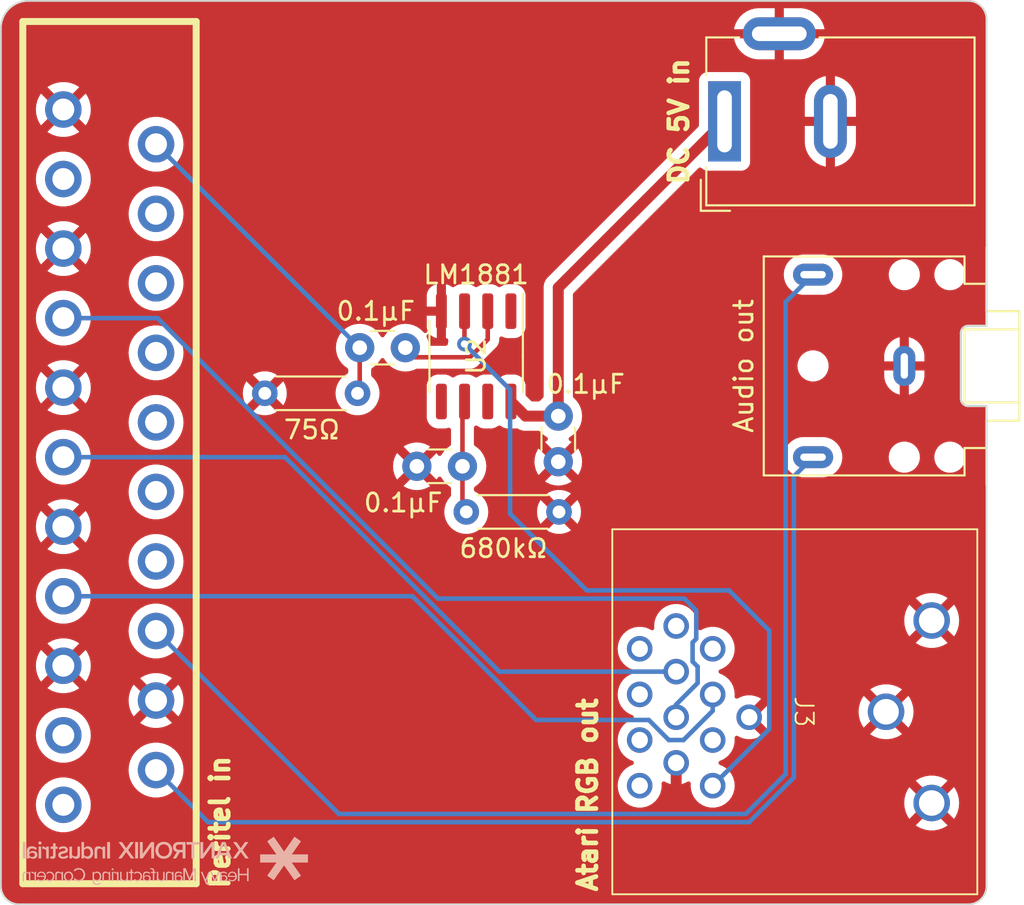
<source format=kicad_pcb>
(kicad_pcb (version 20221018) (generator pcbnew)

  (general
    (thickness 1.6)
  )

  (paper "A4")
  (layers
    (0 "F.Cu" signal)
    (31 "B.Cu" signal)
    (32 "B.Adhes" user "B.Adhesive")
    (33 "F.Adhes" user "F.Adhesive")
    (34 "B.Paste" user)
    (35 "F.Paste" user)
    (36 "B.SilkS" user "B.Silkscreen")
    (37 "F.SilkS" user "F.Silkscreen")
    (38 "B.Mask" user)
    (39 "F.Mask" user)
    (40 "Dwgs.User" user "User.Drawings")
    (41 "Cmts.User" user "User.Comments")
    (42 "Eco1.User" user "User.Eco1")
    (43 "Eco2.User" user "User.Eco2")
    (44 "Edge.Cuts" user)
    (45 "Margin" user)
    (46 "B.CrtYd" user "B.Courtyard")
    (47 "F.CrtYd" user "F.Courtyard")
    (48 "B.Fab" user)
    (49 "F.Fab" user)
    (50 "User.1" user)
    (51 "User.2" user)
    (52 "User.3" user)
    (53 "User.4" user)
    (54 "User.5" user)
    (55 "User.6" user)
    (56 "User.7" user)
    (57 "User.8" user)
    (58 "User.9" user)
  )

  (setup
    (pad_to_mask_clearance 0)
    (pcbplotparams
      (layerselection 0x00010fc_ffffffff)
      (plot_on_all_layers_selection 0x0000000_00000000)
      (disableapertmacros false)
      (usegerberextensions false)
      (usegerberattributes true)
      (usegerberadvancedattributes true)
      (creategerberjobfile true)
      (dashed_line_dash_ratio 12.000000)
      (dashed_line_gap_ratio 3.000000)
      (svgprecision 4)
      (plotframeref false)
      (viasonmask false)
      (mode 1)
      (useauxorigin false)
      (hpglpennumber 1)
      (hpglpenspeed 20)
      (hpglpendiameter 15.000000)
      (dxfpolygonmode true)
      (dxfimperialunits true)
      (dxfusepcbnewfont true)
      (psnegative false)
      (psa4output false)
      (plotreference true)
      (plotvalue true)
      (plotinvisibletext false)
      (sketchpadsonfab false)
      (subtractmaskfromsilk false)
      (outputformat 1)
      (mirror false)
      (drillshape 1)
      (scaleselection 1)
      (outputdirectory "")
    )
  )

  (net 0 "")
  (net 1 "GND")
  (net 2 "Net-(U2-INT)")
  (net 3 "CVBS")
  (net 4 "Net-(U2-VIDEO)")
  (net 5 "unconnected-(J1-P1-Pad1)")
  (net 6 "AUDIO_L")
  (net 7 "unconnected-(J1-P3-Pad3)")
  (net 8 "VIDEO_B")
  (net 9 "unconnected-(J1-P8-Pad8)")
  (net 10 "unconnected-(J1-P10-Pad10)")
  (net 11 "VIDEO_G")
  (net 12 "unconnected-(J1-P12-Pad12)")
  (net 13 "unconnected-(J1-P14-Pad14)")
  (net 14 "VIDEO_R")
  (net 15 "unconnected-(J1-P16-Pad16)")
  (net 16 "unconnected-(J1-P18-Pad18)")
  (net 17 "unconnected-(J1-P19-Pad19)")
  (net 18 "AUDIO_R")
  (net 19 "unconnected-(J3-Pad1)")
  (net 20 "unconnected-(J3-Pad2)")
  (net 21 "HSYNC")
  (net 22 "unconnected-(J3-Pad3)")
  (net 23 "VSYNC")
  (net 24 "unconnected-(U2-BURST-Pad5)")
  (net 25 "+5V")
  (net 26 "unconnected-(U2-O{slash}E-Pad7)")
  (net 27 "unconnected-(J3-Pad4)")
  (net 28 "unconnected-(J3-Pad5)")
  (net 29 "unconnected-(J3-Pad11)")
  (net 30 "Net-(U2-CSYNC)")

  (footprint "Capacitor_THT:C_Disc_D3.0mm_W1.6mm_P2.50mm" (layer "F.Cu") (at 137.16 80))

  (footprint "Connector_BarrelJack:BarrelJack_Wuerth_6941xx301002" (layer "F.Cu") (at 157.15 67.6 90))

  (footprint "Capacitor_THT:C_Disc_D3.0mm_W1.6mm_P2.50mm" (layer "F.Cu") (at 148.04 83.75 -90))

  (footprint "Connector_Audio:Jack_3.5mm_CUI_SJ1-3523N_Horizontal" (layer "F.Cu") (at 167 81 90))

  (footprint "Capacitor_THT:C_Disc_D3.0mm_W1.6mm_P2.50mm" (layer "F.Cu") (at 140.29 86.5))

  (footprint "Resistor_THT:R_Axial_DIN0204_L3.6mm_D1.6mm_P5.08mm_Horizontal" (layer "F.Cu") (at 131.96 82.5))

  (footprint "Resistor_THT:R_Axial_DIN0204_L3.6mm_D1.6mm_P5.08mm_Horizontal" (layer "F.Cu") (at 148.08 89 180))

  (footprint "sc1224-scart:SCART" (layer "F.Cu") (at 128.19964 86 90))

  (footprint "Package_SO:SOIC-8_3.9x4.9mm_P1.27mm" (layer "F.Cu") (at 143.54 80.475 -90))

  (footprint "sc1224-scart:DIN-13" (layer "F.Cu") (at 171 99.95 -90))

  (gr_poly
    (pts
      (xy 129.1838 109.230324)
      (xy 129.270583 109.230324)
      (xy 129.483308 108.719149)
      (xy 129.397583 108.719149)
      (xy 129.227191 109.138249)
      (xy 129.057858 108.719149)
      (xy 128.971075 108.719149)
    )

    (stroke (width 0) (type solid)) (fill solid) (layer "B.SilkS") (tstamp 06c9c3ad-1cea-47ab-bb47-0504d9d1aa9b))
  (gr_poly
    (pts
      (xy 119.165742 107.321683)
      (xy 119.139474 107.32391)
      (xy 119.113937 107.327718)
      (xy 119.089292 107.333187)
      (xy 119.077354 107.336568)
      (xy 119.065698 107.340395)
      (xy 119.054346 107.344676)
      (xy 119.043316 107.349421)
      (xy 119.032629 107.354641)
      (xy 119.022305 107.360346)
      (xy 119.012365 107.366544)
      (xy 119.002827 107.373246)
      (xy 118.993712 107.380463)
      (xy 118.98504 107.388203)
      (xy 118.976831 107.396477)
      (xy 118.969106 107.405294)
      (xy 118.961883 107.414665)
      (xy 118.955183 107.424599)
      (xy 118.949027 107.435106)
      (xy 118.943433 107.446197)
      (xy 118.938423 107.45788)
      (xy 118.934016 107.470167)
      (xy 118.930232 107.483066)
      (xy 118.927091 107.496588)
      (xy 118.924613 107.510742)
      (xy 118.922818 107.525539)
      (xy 118.921727 107.540988)
      (xy 118.921358 107.557099)
      (xy 118.921358 107.988899)
      (xy 119.063042 107.988899)
      (xy 119.063042 107.918731)
      (xy 119.072463 107.928818)
      (xy 119.082492 107.938326)
      (xy 119.093107 107.947245)
      (xy 119.104283 107.955565)
      (xy 119.115996 107.963276)
      (xy 119.128224 107.970369)
      (xy 119.140941 107.976832)
      (xy 119.154125 107.982658)
      (xy 119.167752 107.987835)
      (xy 119.181798 107.992354)
      (xy 119.196239 107.996205)
      (xy 119.211052 107.999377)
      (xy 119.226213 108.001862)
      (xy 119.241697 108.00365)
      (xy 119.257483 108.004729)
      (xy 119.273545 108.005091)
      (xy 119.293658 108.004253)
      (xy 119.313891 108.001736)
      (xy 119.33405 107.99754)
      (xy 119.353938 107.991661)
      (xy 119.363719 107.98809)
      (xy 119.373359 107.984098)
      (xy 119.382834 107.979684)
      (xy 119.392118 107.974849)
      (xy 119.401188 107.969592)
      (xy 119.410019 107.963912)
      (xy 119.418587 107.95781)
      (xy 119.426867 107.951285)
      (xy 119.434835 107.944337)
      (xy 119.442466 107.936966)
      (xy 119.449736 107.929171)
      (xy 119.45662 107.920953)
      (xy 119.463093 107.912311)
      (xy 119.469133 107.903244)
      (xy 119.474713 107.893753)
      (xy 119.47981 107.883837)
      (xy 119.484398 107.873497)
      (xy 119.488454 107.862731)
      (xy 119.491954 107.851539)
      (xy 119.494872 107.839922)
      (xy 119.497184 107.827879)
      (xy 119.498865 107.81541)
      (xy 119.499892 107.802514)
      (xy 119.50017 107.79189)
      (xy 119.357206 107.79189)
      (xy 119.357033 107.798396)
      (xy 119.35652 107.804756)
      (xy 119.355673 107.810966)
      (xy 119.354499 107.817022)
      (xy 119.353006 107.82292)
      (xy 119.351202 107.828655)
      (xy 119.349092 107.834225)
      (xy 119.346685 107.839624)
      (xy 119.343987 107.84485)
      (xy 119.341005 107.849897)
      (xy 119.337748 107.854763)
      (xy 119.334221 107.859443)
      (xy 119.330433 107.863933)
      (xy 119.32639 107.86823)
      (xy 119.322099 107.872329)
      (xy 119.317567 107.876226)
      (xy 119.312803 107.879918)
      (xy 119.307812 107.8834)
      (xy 119.302603 107.886668)
      (xy 119.297182 107.88972)
      (xy 119.291556 107.892549)
      (xy 119.285733 107.895154)
      (xy 119.279719 107.897529)
      (xy 119.273523 107.899671)
      (xy 119.260609 107.90324)
      (xy 119.247049 107.905828)
      (xy 119.2329 107.907404)
      (xy 119.21822 107.907936)
      (xy 119.206604 107.907668)
      (xy 119.195059 107.906864)
      (xy 119.183625 107.905526)
      (xy 119.172341 107.903656)
      (xy 119.161247 107.901257)
      (xy 119.150382 107.89833)
      (xy 119.139786 107.894877)
      (xy 119.129499 107.8909)
      (xy 119.119559 107.886402)
      (xy 119.110007 107.881383)
      (xy 119.100881 107.875847)
      (xy 119.092222 107.869795)
      (xy 119.08407 107.863229)
      (xy 119.080195 107.859754)
      (xy 119.076462 107.856151)
      (xy 119.072876 107.852421)
      (xy 119.06944 107.848563)
      (xy 119.066161 107.844579)
      (xy 119.063042 107.840467)
      (xy 119.063042 107.741963)
      (xy 119.06944 107.733867)
      (xy 119.076462 107.726279)
      (xy 119.08407 107.719201)
      (xy 119.092222 107.712635)
      (xy 119.100881 107.706583)
      (xy 119.110007 107.701047)
      (xy 119.119559 107.696029)
      (xy 119.129499 107.69153)
      (xy 119.139786 107.687553)
      (xy 119.150382 107.684101)
      (xy 119.161247 107.681174)
      (xy 119.172341 107.678774)
      (xy 119.183625 107.676905)
      (xy 119.195059 107.675567)
      (xy 119.206604 107.674763)
      (xy 119.21822 107.674494)
      (xy 119.225623 107.674628)
      (xy 119.2329 107.675027)
      (xy 119.240045 107.675687)
      (xy 119.247049 107.676605)
      (xy 119.253906 107.677777)
      (xy 119.260609 107.6792)
      (xy 119.26715 107.680868)
      (xy 119.273523 107.68278)
      (xy 119.279719 107.684931)
      (xy 119.285733 107.687318)
      (xy 119.291556 107.689936)
      (xy 119.297182 107.692782)
      (xy 119.302603 107.695853)
      (xy 119.307812 107.699144)
      (xy 119.312803 107.702652)
      (xy 119.317567 107.706373)
      (xy 119.322099 107.710304)
      (xy 119.32639 107.714441)
      (xy 119.330433 107.71878)
      (xy 119.334221 107.723317)
      (xy 119.337748 107.728049)
      (xy 119.341005 107.732972)
      (xy 119.343987 107.738082)
      (xy 119.346685 107.743376)
      (xy 119.349092 107.748849)
      (xy 119.351202 107.754499)
      (xy 119.353006 107.760321)
      (xy 119.354499 107.766312)
      (xy 119.355673 107.772468)
      (xy 119.35652 107.778786)
      (xy 119.357033 107.785261)
      (xy 119.357206 107.79189)
      (xy 119.50017 107.79189)
      (xy 119.50024 107.789191)
      (xy 119.499892 107.775405)
      (xy 119.498865 107.762129)
      (xy 119.497184 107.749357)
      (xy 119.494872 107.737085)
      (xy 119.491954 107.725308)
      (xy 119.488454 107.714021)
      (xy 119.484398 107.70322)
      (xy 119.47981 107.692901)
      (xy 119.474713 107.683057)
      (xy 119.469133 107.673686)
      (xy 119.463093 107.664781)
      (xy 119.45662 107.656338)
      (xy 119.449736 107.648354)
      (xy 119.442466 107.640822)
      (xy 119.434835 107.633738)
      (xy 119.426867 107.627098)
      (xy 119.418587 107.620896)
      (xy 119.410019 107.615129)
      (xy 119.401188 107.609791)
      (xy 119.392118 107.604878)
      (xy 119.382834 107.600385)
      (xy 119.373359 107.596307)
      (xy 119.353938 107.589378)
      (xy 119.33405 107.584055)
      (xy 119.313891 107.580299)
      (xy 119.293658 107.578073)
      (xy 119.273545 107.577339)
      (xy 119.257246 107.577671)
      (xy 119.241255 107.578665)
      (xy 119.225596 107.580319)
      (xy 119.210293 107.582631)
      (xy 119.195369 107.5856)
      (xy 119.180849 107.589223)
      (xy 119.166756 107.593498)
      (xy 119.153113 107.598423)
      (xy 119.139945 107.603997)
      (xy 119.127274 107.610217)
      (xy 119.115126 107.617082)
      (xy 119.103523 107.624589)
      (xy 119.09249 107.632736)
      (xy 119.082049 107.641522)
      (xy 119.072226 107.650944)
      (xy 119.063042 107.661001)
      (xy 119.063042 107.563846)
      (xy 119.063223 107.556849)
      (xy 119.063761 107.550029)
      (xy 119.064651 107.543389)
      (xy 119.065886 107.536932)
      (xy 119.06746 107.530661)
      (xy 119.069366 107.524578)
      (xy 119.0716 107.518687)
      (xy 119.074154 107.512991)
      (xy 119.077022 107.507493)
      (xy 119.080198 107.502195)
      (xy 119.083676 107.4971)
      (xy 119.08745 107.492213)
      (xy 119.091513 107.487535)
      (xy 119.09586 107.483069)
      (xy 119.100484 107.478819)
      (xy 119.105379 107.474787)
      (xy 119.110539 107.470976)
      (xy 119.115957 107.46739)
      (xy 119.121629 107.464032)
      (xy 119.127546 107.460903)
      (xy 119.133704 107.458008)
      (xy 119.140095 107.455349)
      (xy 119.153556 107.450751)
      (xy 119.167878 107.447134)
      (xy 119.183013 107.444521)
      (xy 119.198911 107.442936)
      (xy 119.215522 107.442402)
      (xy 119.229074 107.442718)
      (xy 119.242409 107.44367)
      (xy 119.255531 107.445257)
      (xy 119.268443 107.447483)
      (xy 119.281149 107.45035)
      (xy 119.293654 107.453858)
      (xy 119.305961 107.458012)
      (xy 119.318075 107.462811)
      (xy 119.329998 107.468259)
      (xy 119.341736 107.474357)
      (xy 119.353292 107.481108)
      (xy 119.36467 107.488513)
      (xy 119.375874 107.496574)
      (xy 119.386909 107.505293)
      (xy 119.397777 107.514672)
      (xy 119.408483 107.524714)
      (xy 119.466506 107.426209)
      (xy 119.452118 107.413242)
      (xy 119.437302 107.401154)
      (xy 119.42207 107.389939)
      (xy 119.406437 107.379593)
      (xy 119.390417 107.370108)
      (xy 119.374023 107.361479)
      (xy 119.357269 107.3537)
      (xy 119.34017 107.346765)
      (xy 119.322738 107.340668)
      (xy 119.304988 107.335403)
      (xy 119.286934 107.330965)
      (xy 119.268589 107.327347)
      (xy 119.249968 107.324543)
      (xy 119.231084 107.322547)
      (xy 119.21195 107.321354)
      (xy 119.192582 107.320958)
    )

    (stroke (width 0) (type solid)) (fill solid) (layer "B.SilkS") (tstamp 23ff7100-cece-4958-96e5-dee495f69067))
  (gr_poly
    (pts
      (xy 130.484491 109.230324)
      (xy 130.572333 109.230324)
      (xy 130.572333 108.906474)
      (xy 130.985083 108.906474)
      (xy 130.985083 109.230324)
      (xy 131.072925 109.230324)
      (xy 131.072925 108.524415)
      (xy 130.985083 108.524415)
      (xy 130.985083 108.828157)
      (xy 130.572333 108.828157)
      (xy 130.572333 108.524415)
      (xy 130.484491 108.524415)
    )

    (stroke (width 0) (type solid)) (fill solid) (layer "B.SilkS") (tstamp 24406bf6-348e-4f4d-95dd-6d2468315959))
  (gr_poly
    (pts
      (xy 124.609151 108.719149)
      (xy 124.505434 108.719149)
      (xy 124.505434 108.788999)
      (xy 124.609151 108.788999)
      (xy 124.609151 109.106499)
      (xy 124.608953 109.113514)
      (xy 124.608704 109.116921)
      (xy 124.608355 109.120257)
      (xy 124.607907 109.123518)
      (xy 124.607358 109.126702)
      (xy 124.606709 109.129805)
      (xy 124.60596 109.132825)
      (xy 124.605109 109.135758)
      (xy 124.604158 109.1386)
      (xy 124.603106 109.14135)
      (xy 124.601952 109.144004)
      (xy 124.600697 109.146558)
      (xy 124.599339 109.14901)
      (xy 124.59788 109.151357)
      (xy 124.596319 109.153595)
      (xy 124.594656 109.155721)
      (xy 124.59289 109.157733)
      (xy 124.591021 109.159627)
      (xy 124.58905 109.1614)
      (xy 124.586975 109.163049)
      (xy 124.584797 109.164571)
      (xy 124.582515 109.165962)
      (xy 124.58013 109.167221)
      (xy 124.577641 109.168343)
      (xy 124.575048 109.169325)
      (xy 124.572351 109.170165)
      (xy 124.569549 109.170859)
      (xy 124.566643 109.171404)
      (xy 124.563631 109.171797)
      (xy 124.560515 109.172035)
      (xy 124.557294 109.172115)
      (xy 124.553141 109.172006)
      (xy 124.549027 109.171683)
      (xy 124.544966 109.17116)
      (xy 124.540972 109.170445)
      (xy 124.537058 109.169551)
      (xy 124.533239 109.168488)
      (xy 124.529528 109.167266)
      (xy 124.52594 109.165898)
      (xy 124.522488 109.164393)
      (xy 124.519187 109.162762)
      (xy 124.51605 109.161017)
      (xy 124.513091 109.159167)
      (xy 124.510324 109.157225)
      (xy 124.507764 109.155201)
      (xy 124.505424 109.153105)
      (xy 124.503318 109.150949)
      (xy 124.480034 109.210215)
      (xy 124.483906 109.213723)
      (xy 124.487991 109.217094)
      (xy 124.492301 109.220317)
      (xy 124.496852 109.223378)
      (xy 124.501657 109.226266)
      (xy 124.506731 109.228968)
      (xy 124.512086 109.231471)
      (xy 124.517738 109.233763)
      (xy 124.523699 109.235832)
      (xy 124.529985 109.237666)
      (xy 124.536609 109.239251)
      (xy 124.543584 109.240576)
      (xy 124.550925 109.241628)
      (xy 124.558647 109.242395)
      (xy 124.566762 109.242864)
      (xy 124.575284 109.243024)
      (xy 124.58222 109.242897)
      (xy 124.588939 109.242518)
      (xy 124.59544 109.241888)
      (xy 124.601724 109.24101)
      (xy 124.60779 109.239886)
      (xy 124.613638 109.238517)
      (xy 124.619268 109.236905)
      (xy 124.624679 109.235053)
      (xy 124.629872 109.232962)
      (xy 124.634845 109.230634)
      (xy 124.6396 109.228071)
      (xy 124.644136 109.225276)
      (xy 124.648452 109.222249)
      (xy 124.652549 109.218994)
      (xy 124.656426 109.215511)
      (xy 124.660083 109.211803)
      (xy 124.66352 109.207872)
      (xy 124.666737 109.203719)
      (xy 124.669733 109.199347)
      (xy 124.672508 109.194758)
      (xy 124.675063 109.189953)
      (xy 124.677396 109.184935)
      (xy 124.679508 109.179705)
      (xy 124.681399 109.174265)
      (xy 124.683068 109.168618)
      (xy 124.684515 109.162764)
      (xy 124.68574 109.156707)
      (xy 124.686742 109.150448)
      (xy 124.687522 109.14399)
      (xy 124.68808 109.137332)
      (xy 124.688526 109.123432)
      (xy 124.688526 108.788999)
      (xy 124.773193 108.788999)
      (xy 124.773193 108.719149)
      (xy 124.688526 108.719149)
      (xy 124.688526 108.579449)
      (xy 124.609151 108.579449)
    )

    (stroke (width 0) (type solid)) (fill solid) (layer "B.SilkS") (tstamp 2746e559-fd78-49c0-8b43-f1c43448233e))
  (gr_poly
    (pts
      (xy 119.632238 107.053896)
      (xy 119.627773 107.054233)
      (xy 119.623375 107.054789)
      (xy 119.619048 107.055558)
      (xy 119.614798 107.056535)
      (xy 119.610631 107.057713)
      (xy 119.606551 107.059089)
      (xy 119.602565 107.060655)
      (xy 119.598678 107.062408)
      (xy 119.594895 107.06434)
      (xy 119.591222 107.066448)
      (xy 119.587664 107.068725)
      (xy 119.584227 107.071166)
      (xy 119.580915 107.073766)
      (xy 119.577735 107.076519)
      (xy 119.574692 107.07942)
      (xy 119.571792 107.082463)
      (xy 119.569039 107.085643)
      (xy 119.566439 107.088954)
      (xy 119.563998 107.092392)
      (xy 119.56172 107.09595)
      (xy 119.559613 107.099623)
      (xy 119.55768 107.103406)
      (xy 119.555928 107.107293)
      (xy 119.554361 107.111279)
      (xy 119.552986 107.115358)
      (xy 119.551807 107.119526)
      (xy 119.550831 107.123775)
      (xy 119.550062 107.128102)
      (xy 119.549506 107.132501)
      (xy 119.549168 107.136966)
      (xy 119.549055 107.141491)
      (xy 119.549168 107.146017)
      (xy 119.549506 107.150481)
      (xy 119.550062 107.15488)
      (xy 119.550831 107.159207)
      (xy 119.551807 107.163457)
      (xy 119.552986 107.167624)
      (xy 119.554361 107.171703)
      (xy 119.555928 107.175689)
      (xy 119.55768 107.179576)
      (xy 119.559613 107.183359)
      (xy 119.56172 107.187032)
      (xy 119.563998 107.19059)
      (xy 119.566439 107.194028)
      (xy 119.569039 107.197339)
      (xy 119.571792 107.200519)
      (xy 119.574692 107.203562)
      (xy 119.577735 107.206463)
      (xy 119.580915 107.209216)
      (xy 119.584227 107.211816)
      (xy 119.587664 107.214257)
      (xy 119.591222 107.216534)
      (xy 119.594895 107.218642)
      (xy 119.598678 107.220575)
      (xy 119.602565 107.222327)
      (xy 119.606551 107.223894)
      (xy 119.610631 107.225269)
      (xy 119.614798 107.226448)
      (xy 119.619048 107.227424)
      (xy 119.623375 107.228193)
      (xy 119.627773 107.228749)
      (xy 119.632238 107.229087)
      (xy 119.636764 107.229201)
      (xy 119.64117 107.229087)
      (xy 119.645531 107.228749)
      (xy 119.649841 107.228193)
      (xy 119.654092 107.227424)
      (xy 119.658279 107.226448)
      (xy 119.662395 107.225269)
      (xy 119.666435 107.223894)
      (xy 119.670392 107.222327)
      (xy 119.67426 107.220575)
      (xy 119.678033 107.218642)
      (xy 119.681705 107.216534)
      (xy 119.68527 107.214257)
      (xy 119.68872 107.211816)
      (xy 119.692051 107.209216)
      (xy 119.695256 107.206463)
      (xy 119.698328 107.203562)
      (xy 119.701263 107.200519)
      (xy 119.704052 107.197339)
      (xy 119.706691 107.194028)
      (xy 119.709173 107.19059)
      (xy 119.711493 107.187032)
      (xy 119.713642 107.183359)
      (xy 119.715617 107.179576)
      (xy 119.717409 107.175689)
      (xy 119.719014 107.171703)
      (xy 119.720425 107.167624)
      (xy 119.721636 107.163457)
      (xy 119.722641 107.159207)
      (xy 119.723433 107.15488)
      (xy 119.724006 107.150481)
      (xy 119.724355 107.146017)
      (xy 119.724473 107.141491)
      (xy 119.724355 107.136966)
      (xy 119.724006 107.132501)
      (xy 119.723433 107.128102)
      (xy 119.722641 107.123775)
      (xy 119.721636 107.119526)
      (xy 119.720425 107.115358)
      (xy 119.719014 107.111279)
      (xy 119.717409 107.107293)
      (xy 119.715617 107.103406)
      (xy 119.713642 107.099623)
      (xy 119.711493 107.09595)
      (xy 119.709173 107.092392)
      (xy 119.706691 107.088954)
      (xy 119.704052 107.085643)
      (xy 119.701263 107.082463)
      (xy 119.698328 107.07942)
      (xy 119.695256 107.076519)
      (xy 119.692051 107.073766)
      (xy 119.68872 107.071166)
      (xy 119.68527 107.068725)
      (xy 119.681705 107.066448)
      (xy 119.678033 107.06434)
      (xy 119.67426 107.062408)
      (xy 119.670392 107.060655)
      (xy 119.666435 107.059089)
      (xy 119.662395 107.057713)
      (xy 119.658279 107.056535)
      (xy 119.654092 107.055558)
      (xy 119.649841 107.054789)
      (xy 119.645531 107.054233)
      (xy 119.64117 107.053896)
      (xy 119.636764 107.053782)
    )

    (stroke (width 0) (type solid)) (fill solid) (layer "B.SilkS") (tstamp 29fe4e54-6bf7-418c-a838-cc642e010353))
  (gr_poly
    (pts
      (xy 131.713481 108.20718)
      (xy 134.319626 108.20718)
      (xy 134.319626 107.770617)
      (xy 131.713481 107.770617)
    )

    (stroke (width 0.013249) (type solid)) (fill solid) (layer "B.SilkS") (tstamp 3104c7d1-0bc1-4c74-896a-62573d5e8d8e))
  (gr_poly
    (pts
      (xy 123.320927 107.988899)
      (xy 123.478805 107.988899)
      (xy 123.478805 107.088866)
      (xy 123.320927 107.088866)
    )

    (stroke (width 0) (type solid)) (fill solid) (layer "B.SilkS") (tstamp 33ad41a6-c5b5-42cd-9b12-20e56d6e4343))
  (gr_poly
    (pts
      (xy 119.768712 107.462642)
      (xy 119.773393 107.461694)
      (xy 119.778327 107.460871)
      (xy 119.783513 107.460176)
      (xy 119.788953 107.459606)
      (xy 119.794645 107.459164)
      (xy 119.800591 107.458847)
      (xy 119.80679 107.458658)
      (xy 119.813242 107.458594)
      (xy 119.818865 107.458712)
      (xy 119.824594 107.45906)
      (xy 119.836315 107.460423)
      (xy 119.848302 107.462633)
      (xy 119.860448 107.465636)
      (xy 119.87265 107.469383)
      (xy 119.884803 107.473822)
      (xy 119.896801 107.478901)
      (xy 119.908541 107.48457)
      (xy 119.919916 107.490776)
      (xy 119.930824 107.497468)
      (xy 119.941158 107.504595)
      (xy 119.950814 107.512105)
      (xy 119.959688 107.519948)
      (xy 119.967674 107.528071)
      (xy 119.971301 107.532222)
      (xy 119.974667 107.536424)
      (xy 119.977759 107.54067)
      (xy 119.980564 107.544954)
      (xy 119.980564 107.988899)
      (xy 120.122249 107.988899)
      (xy 120.122249 107.337151)
      (xy 119.980565 107.337151)
      (xy 119.980565 107.432956)
      (xy 119.971115 107.421484)
      (xy 119.961002 107.41038)
      (xy 119.950261 107.399695)
      (xy 119.938924 107.389481)
      (xy 119.927027 107.379788)
      (xy 119.914601 107.370669)
      (xy 119.901682 107.362174)
      (xy 119.888301 107.354355)
      (xy 119.874494 107.347264)
      (xy 119.860294 107.340951)
      (xy 119.845734 107.335468)
      (xy 119.830847 107.330868)
      (xy 119.815668 107.3272)
      (xy 119.800231 107.324516)
      (xy 119.784567 107.322868)
      (xy 119.768712 107.322307)
    )

    (stroke (width 0) (type solid)) (fill solid) (layer "B.SilkS") (tstamp 34ee5907-4d13-49d8-94cc-1a5e3a8d5df5))
  (gr_poly
    (pts
      (xy 119.565247 107.988899)
      (xy 119.706931 107.988899)
      (xy 119.706931 107.337151)
      (xy 119.565247 107.337151)
    )

    (stroke (width 0) (type solid)) (fill solid) (layer "B.SilkS") (tstamp 3cd297b8-9c5d-4de8-a39b-a6069a75f6fe))
  (gr_poly
    (pts
      (xy 127.202094 107.089203)
      (xy 127.185952 107.090209)
      (xy 127.170194 107.091871)
      (xy 127.154829 107.094176)
      (xy 127.139868 107.097113)
      (xy 127.125319 107.100669)
      (xy 127.111194 107.104832)
      (xy 127.097502 107.109591)
      (xy 127.084252 107.114933)
      (xy 127.071455 107.120846)
      (xy 127.05912 107.127317)
      (xy 127.047258 107.134336)
      (xy 127.035879 107.141889)
      (xy 127.024991 107.149965)
      (xy 127.014606 107.158551)
      (xy 127.004732 107.167635)
      (xy 126.99538 107.177206)
      (xy 126.98656 107.187251)
      (xy 126.978282 107.197758)
      (xy 126.970555 107.208715)
      (xy 126.963389 107.22011)
      (xy 126.956795 107.23193)
      (xy 126.950782 107.244164)
      (xy 126.94536 107.256799)
      (xy 126.940538 107.269824)
      (xy 126.936328 107.283227)
      (xy 126.932738 107.296994)
      (xy 126.929779 107.311114)
      (xy 126.92746 107.325576)
      (xy 126.925791 107.340366)
      (xy 126.924783 107.355473)
      (xy 126.924444 107.370885)
      (xy 126.92475 107.385722)
      (xy 126.925653 107.400124)
      (xy 126.927135 107.414094)
      (xy 126.929178 107.427632)
      (xy 126.931762 107.44074)
      (xy 126.934869 107.453417)
      (xy 126.93848 107.465665)
      (xy 126.942577 107.477486)
      (xy 126.94714 107.488879)
      (xy 126.95215 107.499846)
      (xy 126.95759 107.510389)
      (xy 126.963439 107.520507)
      (xy 126.96968 107.530203)
      (xy 126.976294 107.539476)
      (xy 126.983262 107.548329)
      (xy 126.990564 107.556761)
      (xy 126.998183 107.564775)
      (xy 127.006099 107.57237)
      (xy 127.014294 107.579548)
      (xy 127.022749 107.586311)
      (xy 127.031445 107.592658)
      (xy 127.040363 107.598591)
      (xy 127.049485 107.604111)
      (xy 127.058792 107.609218)
      (xy 127.068265 107.613915)
      (xy 127.077885 107.618201)
      (xy 127.097491 107.625548)
      (xy 127.117462 107.631266)
      (xy 127.137646 107.635362)
      (xy 126.917698 107.988899)
      (xy 127.099863 107.988899)
      (xy 127.299571 107.652904)
      (xy 127.456098 107.652904)
      (xy 127.456098 107.988899)
      (xy 127.613975 107.988899)
      (xy 127.613975 107.227851)
      (xy 127.456099 107.227851)
      (xy 127.456099 107.513919)
      (xy 127.240198 107.513919)
      (xy 127.231921 107.513753)
      (xy 127.223794 107.513261)
      (xy 127.215824 107.512446)
      (xy 127.208019 107.511315)
      (xy 127.200385 107.509871)
      (xy 127.192931 107.508119)
      (xy 127.185664 107.506065)
      (xy 127.178591 107.503714)
      (xy 127.17172 107.50107)
      (xy 127.165057 107.498139)
      (xy 127.158611 107.494924)
      (xy 127.152389 107.491433)
      (xy 127.146398 107.487668)
      (xy 127.140646 107.483635)
      (xy 127.13514 107.47934)
      (xy 127.129887 107.474787)
      (xy 127.124895 107.46998)
      (xy 127.120172 107.464926)
      (xy 127.115724 107.459629)
      (xy 127.11156 107.454093)
      (xy 127.107686 107.448324)
      (xy 127.10411 107.442327)
      (xy 127.100839 107.436106)
      (xy 127.097882 107.429667)
      (xy 127.095244 107.423015)
      (xy 127.092934 107.416154)
      (xy 127.090959 107.409089)
      (xy 127.089327 107.401826)
      (xy 127.088044 107.394369)
      (xy 127.087119 107.386723)
      (xy 127.086558 107.378893)
      (xy 127.08637 107.370885)
      (xy 127.086558 107.362876)
      (xy 127.087119 107.355047)
      (xy 127.088044 107.347401)
      (xy 127.089327 107.339944)
      (xy 127.090959 107.332681)
      (xy 127.092934 107.325616)
      (xy 127.095244 107.318755)
      (xy 127.097882 107.312103)
      (xy 127.100839 107.305664)
      (xy 127.10411 107.299443)
      (xy 127.107686 107.293446)
      (xy 127.11156 107.287677)
      (xy 127.115724 107.282141)
      (xy 127.120172 107.276844)
      (xy 127.124895 107.271789)
      (xy 127.129887 107.266983)
      (xy 127.13514 107.26243)
      (xy 127.140646 107.258134)
      (xy 127.146398 107.254102)
      (xy 127.152389 107.250337)
      (xy 127.158611 107.246845)
      (xy 127.165057 107.243631)
      (xy 127.17172 107.2407)
      (xy 127.178591 107.238056)
      (xy 127.185664 107.235704)
      (xy 127.192931 107.233651)
      (xy 127.200385 107.231899)
      (xy 127.208019 107.230455)
      (xy 127.215824 107.229323)
      (xy 127.223794 107.228509)
      (xy 127.231921 107.228016)
      (xy 127.240198 107.227851)
      (xy 127.456099 107.227851)
      (xy 127.613975 107.227851)
      (xy 127.613975 107.088866)
      (xy 127.218609 107.088866)
    )

    (stroke (width 0) (type solid)) (fill solid) (layer "B.SilkS") (tstamp 46f9b088-920d-4d7d-b947-189131771ba3))
  (gr_poly
    (pts
      (xy 121.74347 108.512949)
      (xy 121.731825 108.513471)
      (xy 121.720418 108.514331)
      (xy 121.709247 108.515521)
      (xy 121.69831 108.517035)
      (xy 121.687605 108.518864)
      (xy 121.677131 108.521002)
      (xy 121.666884 108.52344)
      (xy 121.656864 108.526171)
      (xy 121.647069 108.529188)
      (xy 121.637496 108.532482)
      (xy 121.628143 108.536047)
      (xy 121.61901 108.539875)
      (xy 121.610092 108.543957)
      (xy 121.60139 108.548288)
      (xy 121.5929 108.552858)
      (xy 121.584621 108.557661)
      (xy 121.576551 108.562689)
      (xy 121.568688 108.567935)
      (xy 121.56103 108.57339)
      (xy 121.546322 108.584901)
      (xy 121.53241 108.597159)
      (xy 121.519279 108.610107)
      (xy 121.506915 108.623682)
      (xy 121.495301 108.637824)
      (xy 121.484421 108.652474)
      (xy 121.558504 108.693749)
      (xy 121.566424 108.682829)
      (xy 121.57508 108.672322)
      (xy 121.58444 108.662267)
      (xy 121.594471 108.652705)
      (xy 121.605141 108.643677)
      (xy 121.616417 108.635222)
      (xy 121.628266 108.627381)
      (xy 121.640657 108.620195)
      (xy 121.653557 108.613703)
      (xy 121.666932 108.607945)
      (xy 121.68075 108.602963)
      (xy 121.69498 108.598796)
      (xy 121.709588 108.595486)
      (xy 121.724541 108.593071)
      (xy 121.739808 108.591592)
      (xy 121.755355 108.59109)
      (xy 121.769441 108.591436)
      (xy 121.783314 108.592463)
      (xy 121.796958 108.594159)
      (xy 121.810357 108.596512)
      (xy 121.823497 108.59951)
      (xy 121.836361 108.603139)
      (xy 121.848936 108.607386)
      (xy 121.861204 108.612241)
      (xy 121.873152 108.617689)
      (xy 121.884764 108.623718)
      (xy 121.896024 108.630315)
      (xy 121.906917 108.637469)
      (xy 121.917428 108.645166)
      (xy 121.927542 108.653394)
      (xy 121.937243 108.66214)
      (xy 121.946516 108.671392)
      (xy 121.955345 108.681136)
      (xy 121.963716 108.691361)
      (xy 121.971613 108.702054)
      (xy 121.97902 108.713202)
      (xy 121.985923 108.724792)
      (xy 121.992306 108.736813)
      (xy 121.998153 108.749251)
      (xy 122.00345 108.762094)
      (xy 122.008182 108.775329)
      (xy 122.012332 108.788944)
      (xy 122.015885 108.802925)
      (xy 122.018827 108.817262)
      (xy 122.021142 108.83194)
      (xy 122.022814 108.846947)
      (xy 122.023829 108.862271)
      (xy 122.024171 108.877899)
      (xy 122.023829 108.893434)
      (xy 122.022814 108.908676)
      (xy 122.021142 108.923613)
      (xy 122.018827 108.938232)
      (xy 122.015885 108.952519)
      (xy 122.012332 108.966461)
      (xy 122.008182 108.980045)
      (xy 122.00345 108.993257)
      (xy 121.998153 109.006085)
      (xy 121.992306 109.018515)
      (xy 121.985923 109.030535)
      (xy 121.97902 109.042131)
      (xy 121.971613 109.053289)
      (xy 121.963716 109.063997)
      (xy 121.955345 109.074241)
      (xy 121.946516 109.084009)
      (xy 121.937243 109.093287)
      (xy 121.927542 109.102062)
      (xy 121.917428 109.11032)
      (xy 121.906917 109.118049)
      (xy 121.896024 109.125236)
      (xy 121.884764 109.131867)
      (xy 121.873152 109.137928)
      (xy 121.861204 109.143408)
      (xy 121.848936 109.148292)
      (xy 121.836361 109.152568)
      (xy 121.823497 109.156222)
      (xy 121.810357 109.159242)
      (xy 121.796958 109.161613)
      (xy 121.783314 109.163323)
      (xy 121.769441 109.164359)
      (xy 121.755355 109.164707)
      (xy 121.747548 109.164584)
      (xy 121.739808 109.164217)
      (xy 121.732137 109.163611)
      (xy 121.724541 109.16277)
      (xy 121.717023 109.161699)
      (xy 121.709588 109.160403)
      (xy 121.702238 109.158885)
      (xy 121.69498 109.15715)
      (xy 121.687816 109.155203)
      (xy 121.68075 109.153048)
      (xy 121.666932 109.148131)
      (xy 121.653557 109.142437)
      (xy 121.640657 109.136)
      (xy 121.628266 109.128856)
      (xy 121.616417 109.12104)
      (xy 121.605141 109.11259)
      (xy 121.594471 109.103539)
      (xy 121.58444 109.093924)
      (xy 121.57508 109.08378)
      (xy 121.566424 109.073143)
      (xy 121.558504 109.062049)
      (xy 121.483362 109.103324)
      (xy 121.494777 109.118148)
      (xy 121.506813 109.13242)
      (xy 121.519497 109.146084)
      (xy 121.532856 109.159085)
      (xy 121.546915 109.171366)
      (xy 121.561702 109.182872)
      (xy 121.577242 109.193548)
      (xy 121.593561 109.203336)
      (xy 121.610687 109.212182)
      (xy 121.628646 109.22003)
      (xy 121.647463 109.226823)
      (xy 121.667165 109.232506)
      (xy 121.687779 109.237024)
      (xy 121.709332 109.24032)
      (xy 121.731848 109.242338)
      (xy 121.755355 109.243024)
      (xy 121.773986 109.242592)
      (xy 121.792359 109.241307)
      (xy 121.810453 109.239183)
      (xy 121.828245 109.236234)
      (xy 121.845715 109.232475)
      (xy 121.862839 109.22792)
      (xy 121.879596 109.222585)
      (xy 121.895964 109.216483)
      (xy 121.911921 109.209629)
      (xy 121.927446 109.202038)
      (xy 121.942516 109.193724)
      (xy 121.95711 109.184702)
      (xy 121.971205 109.174986)
      (xy 121.984779 109.164591)
      (xy 121.997812 109.153531)
      (xy 122.01028 109.141821)
      (xy 122.022163 109.129475)
      (xy 122.033437 109.116508)
      (xy 122.044082 109.102935)
      (xy 122.054075 109.08877)
      (xy 122.063395 109.074027)
      (xy 122.072018 109.058721)
      (xy 122.079925 109.042867)
      (xy 122.087092 109.026479)
      (xy 122.093498 109.009572)
      (xy 122.099121 108.992159)
      (xy 122.103939 108.974257)
      (xy 122.10793 108.955879)
      (xy 122.111072 108.937039)
      (xy 122.113344 108.917753)
      (xy 122.114723 108.898035)
      (xy 122.115188 108.877899)
      (xy 122.114723 108.857763)
      (xy 122.113344 108.838045)
      (xy 122.111073 108.818759)
      (xy 122.10793 108.799919)
      (xy 122.103939 108.781541)
      (xy 122.099121 108.763638)
      (xy 122.093498 108.746226)
      (xy 122.087092 108.729319)
      (xy 122.079925 108.712931)
      (xy 122.072019 108.697077)
      (xy 122.063395 108.681771)
      (xy 122.054076 108.667028)
      (xy 122.044083 108.652863)
      (xy 122.033438 108.639289)
      (xy 122.022163 108.626323)
      (xy 122.010281 108.613977)
      (xy 121.997813 108.602267)
      (xy 121.98478 108.591207)
      (xy 121.971205 108.580812)
      (xy 121.95711 108.571096)
      (xy 121.942517 108.562074)
      (xy 121.927447 108.55376)
      (xy 121.911922 108.546169)
      (xy 121.895965 108.539315)
      (xy 121.879596 108.533213)
      (xy 121.862839 108.527878)
      (xy 121.845715 108.523323)
      (xy 121.828246 108.519564)
      (xy 121.810453 108.516615)
      (xy 121.792359 108.514491)
      (xy 121.773986 108.513206)
      (xy 121.755355 108.512774)
    )

    (stroke (width 0) (type solid)) (fill solid) (layer "B.SilkS") (tstamp 478765a7-f1d4-4c42-b794-84af9ef2ecf6))
  (gr_poly
    (pts
      (xy 130.165393 108.706799)
      (xy 130.151471 108.707841)
      (xy 130.137931 108.709557)
      (xy 130.124778 108.711932)
      (xy 130.112018 108.71495)
      (xy 130.099655 108.718594)
      (xy 130.087694 108.722849)
      (xy 130.076141 108.727698)
      (xy 130.064999 108.733125)
      (xy 130.054276 108.739114)
      (xy 130.043975 108.74565)
      (xy 130.034101 108.752715)
      (xy 130.02466 108.760295)
      (xy 130.015656 108.768372)
      (xy 130.007095 108.776931)
      (xy 129.998981 108.785956)
      (xy 129.991321 108.79543)
      (xy 129.984118 108.805338)
      (xy 129.977378 108.815663)
      (xy 129.971105 108.826389)
      (xy 129.965306 108.837501)
      (xy 129.959984 108.848982)
      (xy 129.955145 108.860816)
      (xy 129.950794 108.872987)
      (xy 129.946936 108.885479)
      (xy 129.943577 108.898276)
      (xy 129.94072 108.911361)
      (xy 129.938371 108.924719)
      (xy 129.935218 108.952189)
      (xy 129.934159 108.980557)
      (xy 129.934159 109.000665)
      (xy 130.347967 109.000665)
      (xy 130.347192 109.009646)
      (xy 130.346062 109.018521)
      (xy 130.344578 109.02728)
      (xy 130.342745 109.035911)
      (xy 130.340567 109.044401)
      (xy 130.338047 109.052739)
      (xy 130.335187 109.060913)
      (xy 130.331993 109.068911)
      (xy 130.328466 109.076722)
      (xy 130.324612 109.084333)
      (xy 130.320432 109.091733)
      (xy 130.315932 109.09891)
      (xy 130.311113 109.105853)
      (xy 130.30598 109.112548)
      (xy 130.300537 109.118985)
      (xy 130.294786 109.125152)
      (xy 130.288731 109.131036)
      (xy 130.282375 109.136627)
      (xy 130.275723 109.141911)
      (xy 130.268778 109.146879)
      (xy 130.261542 109.151516)
      (xy 130.254021 109.155813)
      (xy 130.246216 109.159756)
      (xy 130.238132 109.163334)
      (xy 130.229771 109.166536)
      (xy 130.221139 109.169349)
      (xy 130.212237 109.171762)
      (xy 130.20307 109.173763)
      (xy 130.193641 109.175339)
      (xy 130.183953 109.17648)
      (xy 130.174011 109.177173)
      (xy 130.163817 109.177407)
      (xy 130.152895 109.177135)
      (xy 130.141978 109.176326)
      (xy 130.131095 109.174986)
      (xy 130.120276 109.173124)
      (xy 130.10955 109.170747)
      (xy 130.098946 109.167863)
      (xy 130.088494 109.16448)
      (xy 130.078224 109.160606)
      (xy 130.068164 109.156248)
      (xy 130.058345 109.151414)
      (xy 130.048796 109.146111)
      (xy 130.039545 109.140349)
      (xy 130.030624 109.134133)
      (xy 130.02206 109.127473)
      (xy 130.013884 109.120375)
      (xy 130.006125 109.112849)
      (xy 129.968025 109.164707)
      (xy 129.97776 109.173958)
      (xy 129.987912 109.182657)
      (xy 129.998477 109.190798)
      (xy 130.009449 109.198375)
      (xy 130.020824 109.205381)
      (xy 130.032598 109.211811)
      (xy 130.044765 109.217658)
      (xy 130.057322 109.222915)
      (xy 130.070263 109.227577)
      (xy 130.083584 109.231638)
      (xy 130.09728 109.235091)
      (xy 130.111346 109.23793)
      (xy 130.125779 109.240149)
      (xy 130.140572 109.241742)
      (xy 130.155723 109.242702)
      (xy 130.171225 109.243023)
      (xy 130.185287 109.242706)
      (xy 130.199089 109.24176)
      (xy 130.212618 109.240197)
      (xy 130.225863 109.238027)
      (xy 130.238811 109.235261)
      (xy 130.25145 109.23191)
      (xy 130.263768 109.227984)
      (xy 130.275752 109.223494)
      (xy 130.28739 109.21845)
      (xy 130.29867 109.212864)
      (xy 130.309581 109.206745)
      (xy 130.320109 109.200105)
      (xy 130.330242 109.192954)
      (xy 130.339969 109.185303)
      (xy 130.349276 109.177163)
      (xy 130.358153 109.168543)
      (xy 130.366586 109.159456)
      (xy 130.374563 109.149911)
      (xy 130.382073 109.139919)
      (xy 130.389103 109.12949)
      (xy 130.39564 109.118637)
      (xy 130.401673 109.107368)
      (xy 130.40719 109.095695)
      (xy 130.412177 109.083629)
      (xy 130.416624 109.071179)
      (xy 130.420517 109.058357)
      (xy 130.423845 109.045174)
      (xy 130.426595 109.03164)
      (xy 130.428755 109.017766)
      (xy 130.430313 109.003561)
      (xy 130.431257 108.989038)
      (xy 130.431574 108.974207)
      (xy 130.431575 108.974207)
      (xy 130.431267 108.960403)
      (xy 130.430351 108.946783)
      (xy 130.429864 108.942457)
      (xy 130.347967 108.942457)
      (xy 130.012475 108.942457)
      (xy 130.01326 108.927986)
      (xy 130.015234 108.913258)
      (xy 130.018421 108.898436)
      (xy 130.022843 108.883686)
      (xy 130.028524 108.869172)
      (xy 130.031844 108.862054)
      (xy 130.035487 108.855058)
      (xy 130.039457 108.848202)
      (xy 130.043756 108.841507)
      (xy 130.048387 108.834995)
      (xy 130.053353 108.828686)
      (xy 130.058657 108.8226)
      (xy 130.064302 108.816758)
      (xy 130.07029 108.81118)
      (xy 130.076626 108.805886)
      (xy 130.083311 108.800899)
      (xy 130.090348 108.796237)
      (xy 130.097741 108.791922)
      (xy 130.105492 108.787973)
      (xy 130.113605 108.784413)
      (xy 130.122081 108.78126)
      (xy 130.130925 108.778536)
      (xy 130.140138 108.776261)
      (xy 130.149725 108.774456)
      (xy 130.159687 108.773142)
      (xy 130.170027 108.772338)
      (xy 130.18075 108.772065)
      (xy 130.190808 108.772332)
      (xy 130.200545 108.773118)
      (xy 130.209962 108.774406)
      (xy 130.219059 108.776175)
      (xy 130.227837 108.778405)
      (xy 130.236298 108.781079)
      (xy 130.244442 108.784175)
      (xy 130.25227 108.787676)
      (xy 130.259784 108.791561)
      (xy 130.266984 108.795811)
      (xy 130.273871 108.800406)
      (xy 130.280446 108.805328)
      (xy 130.286711 108.810557)
      (xy 130.292665 108.816074)
      (xy 130.298311 108.821859)
      (xy 130.303649 108.827892)
      (xy 130.30868 108.834155)
      (xy 130.313404 108.840629)
      (xy 130.317824 108.847292)
      (xy 130.32194 108.854127)
      (xy 130.329263 108.868234)
      (xy 130.335382 108.882793)
      (xy 130.340304 108.89765)
      (xy 130.344037 108.91265)
      (xy 130.346589 108.927637)
      (xy 130.347967 108.942457)
      (xy 130.429864 108.942457)
      (xy 130.428839 108.933363)
      (xy 130.426742 108.920161)
      (xy 130.424074 108.907194)
      (xy 130.420846 108.894477)
      (xy 130.417069 108.882027)
      (xy 130.412757 108.869862)
      (xy 130.40792 108.857997)
      (xy 130.402572 108.84645)
      (xy 130.396723 108.835236)
      (xy 130.390387 108.824374)
      (xy 130.383575 108.813879)
      (xy 130.376299 108.803768)
      (xy 130.36857 108.794058)
      (xy 130.360402 108.784765)
      (xy 130.351806 108.775906)
      (xy 130.342795 108.767498)
      (xy 130.333379 108.759558)
      (xy 130.323572 108.752101)
      (xy 130.313384 108.745146)
      (xy 130.302829 108.738707)
      (xy 130.291918 108.732803)
      (xy 130.280664 108.72745)
      (xy 130.269077 108.722664)
      (xy 130.257171 108.718462)
      (xy 130.244957 108.71486)
      (xy 130.232447 108.711877)
      (xy 130.219654 108.709527)
      (xy 130.206589 108.707828)
      (xy 130.193264 108.706796)
      (xy 130.179692 108.706448)
    )

    (stroke (width 0) (type solid)) (fill solid) (layer "B.SilkS") (tstamp 5125e255-e8c5-431e-a1eb-81348f1528e6))
  (gr_poly
    (pts
      (xy 129.250952 107.988899)
      (xy 129.423672 107.988899)
      (xy 129.489791 107.816179)
      (xy 129.916194 107.816179)
      (xy 129.982313 107.988899)
      (xy 130.155033 107.988899)
      (xy 130.032594 107.677193)
      (xy 129.871665 107.677193)
      (xy 129.534321 107.677193)
      (xy 129.702992 107.222454)
      (xy 129.871665 107.677193)
      (xy 130.032594 107.677193)
      (xy 129.801497 107.088866)
      (xy 129.604488 107.088866)
    )

    (stroke (width 0) (type solid)) (fill solid) (layer "B.SilkS") (tstamp 5735e200-d733-4116-a6e6-904dcf2dfade))
  (gr_poly
    (pts
      (xy 118.701992 107.988899)
      (xy 118.843676 107.988899)
      (xy 118.843676 107.088866)
      (xy 118.701992 107.088866)
    )

    (stroke (width 0) (type solid)) (fill solid) (layer "B.SilkS") (tstamp 5c8cbca1-0d59-4d48-9f79-8603a8a3c42c))
  (gr_poly
    (pts
      (xy 122.759603 108.706842)
      (xy 122.746987 108.708013)
      (xy 122.734582 108.709944)
      (xy 122.722406 108.712617)
      (xy 122.710478 108.716015)
      (xy 122.698816 108.720122)
      (xy 122.68744 108.72492)
      (xy 122.676368 108.730393)
      (xy 122.665618 108.736523)
      (xy 122.65521 108.743294)
      (xy 122.645161 108.750687)
      (xy 122.63549 108.758687)
      (xy 122.626216 108.767276)
      (xy 122.617358 108.776437)
      (xy 122.608933 108.786153)
      (xy 122.600962 108.796407)
      (xy 122.600962 108.719149)
      (xy 122.521586 108.719149)
      (xy 122.521586 109.215507)
      (xy 122.52193 109.231043)
      (xy 122.522948 109.245908)
      (xy 122.524619 109.260115)
      (xy 122.526924 109.273674)
      (xy 122.52984 109.286597)
      (xy 122.533349 109.298897)
      (xy 122.537428 109.310584)
      (xy 122.542059 109.321671)
      (xy 122.547219 109.332168)
      (xy 122.55289 109.342088)
      (xy 122.559049 109.351442)
      (xy 122.565677 109.360242)
      (xy 122.572753 109.368499)
      (xy 122.580257 109.376226)
      (xy 122.588167 109.383433)
      (xy 122.596464 109.390132)
      (xy 122.605127 109.396335)
      (xy 122.614135 109.402054)
      (xy 122.623468 109.407299)
      (xy 122.633105 109.412084)
      (xy 122.643025 109.416419)
      (xy 122.653209 109.420316)
      (xy 122.674285 109.426843)
      (xy 122.696166 109.431757)
      (xy 122.718689 109.435152)
      (xy 122.74169 109.437121)
      (xy 122.765004 109.437757)
      (xy 122.78096 109.437552)
      (xy 122.796313 109.436913)
      (xy 122.811105 109.435803)
      (xy 122.825378 109.434185)
      (xy 122.839173 109.432021)
      (xy 122.852533 109.429274)
      (xy 122.865499 109.425906)
      (xy 122.878113 109.421882)
      (xy 122.890417 109.417163)
      (xy 122.902452 109.411712)
      (xy 122.914262 109.405492)
      (xy 122.925886 109.398466)
      (xy 122.937369 109.390597)
      (xy 122.94875 109.381847)
      (xy 122.960073 109.372179)
      (xy 122.971378 109.361557)
      (xy 122.931162 109.30229)
      (xy 122.923122 109.311446)
      (xy 122.914863 109.319877)
      (xy 122.906366 109.3276)
      (xy 122.897609 109.334636)
      (xy 122.888574 109.341001)
      (xy 122.879239 109.346715)
      (xy 122.869585 109.351797)
      (xy 122.859592 109.356265)
      (xy 122.849239 109.360138)
      (xy 122.838506 109.363434)
      (xy 122.827373 109.366172)
      (xy 122.81582 109.36837)
      (xy 122.803827 109.370047)
      (xy 122.791373 109.371222)
      (xy 122.778439 109.371914)
      (xy 122.765004 109.37214)
      (xy 122.749209 109.371649)
      (xy 122.733646 109.370148)
      (xy 122.718425 109.367592)
      (xy 122.703653 109.363938)
      (xy 122.69647 109.361686)
      (xy 122.68944 109.359144)
      (xy 122.682576 109.356305)
      (xy 122.675893 109.353165)
      (xy 122.669403 109.349717)
      (xy 122.663121 109.345958)
      (xy 122.657059 109.34188)
      (xy 122.651233 109.33748)
      (xy 122.645654 109.33275)
      (xy 122.640337 109.327687)
      (xy 122.635295 109.322284)
      (xy 122.630541 109.316536)
      (xy 122.62609 109.310438)
      (xy 122.621955 109.303984)
      (xy 122.61815 109.297169)
      (xy 122.614687 109.289987)
      (xy 122.611581 109.282433)
      (xy 122.608845 109.274502)
      (xy 122.606493 109.266187)
      (xy 122.604538 109.257485)
      (xy 122.602994 109.248388)
      (xy 122.601874 109.238892)
      (xy 122.601192 109.228992)
      (xy 122.600962 109.218682)
      (xy 122.600962 109.145657)
      (xy 122.608201 109.155225)
      (xy 122.616012 109.164457)
      (xy 122.624372 109.173313)
      (xy 122.633258 109.181756)
      (xy 122.642646 109.189746)
      (xy 122.652513 109.197244)
      (xy 122.662835 109.204213)
      (xy 122.67359 109.210612)
      (xy 122.684755 109.216404)
      (xy 122.696305 109.221549)
      (xy 122.708218 109.226009)
      (xy 122.720471 109.229745)
      (xy 122.73304 109.232718)
      (xy 122.745902 109.23489)
      (xy 122.759034 109.236221)
      (xy 122.772412 109.236673)
      (xy 122.784797 109.236383)
      (xy 122.796943 109.235516)
      (xy 122.808839 109.234078)
      (xy 122.820475 109.232076)
      (xy 122.831842 109.229516)
      (xy 122.842929 109.226404)
      (xy 122.853726 109.222747)
      (xy 122.864223 109.218549)
      (xy 122.874409 109.213819)
      (xy 122.884276 109.208561)
      (xy 122.893813 109.202783)
      (xy 122.903009 109.19649)
      (xy 122.911855 109.189688)
      (xy 122.92034 109.182384)
      (xy 122.928455 109.174584)
      (xy 122.936189 109.166294)
      (xy 122.943533 109.157521)
      (xy 122.950476 109.14827)
      (xy 122.957008 109.138547)
      (xy 122.963119 109.12836)
      (xy 122.968799 109.117713)
      (xy 122.974038 109.106614)
      (xy 122.978826 109.095069)
      (xy 122.983153 109.083083)
      (xy 122.987008 109.070663)
      (xy 122.990383 109.057815)
      (xy 122.993265 109.044546)
      (xy 122.995646 109.030861)
      (xy 122.997516 109.016767)
      (xy 122.998864 109.002269)
      (xy 122.99968 108.987375)
      (xy 122.999954 108.97209)
      (xy 122.917404 108.97209)
      (xy 122.917225 108.982519)
      (xy 122.91669 108.992765)
      (xy 122.915802 109.002817)
      (xy 122.914566 109.012667)
      (xy 122.912985 109.022304)
      (xy 122.911062 109.031719)
      (xy 122.908803 109.040903)
      (xy 122.906209 109.049845)
      (xy 122.903285 109.058536)
      (xy 122.900034 109.066966)
      (xy 122.896461 109.075125)
      (xy 122.892568 109.083004)
      (xy 122.88836 109.090594)
      (xy 122.88384 109.097884)
      (xy 122.879012 109.104864)
      (xy 122.87388 109.111526)
      (xy 122.868447 109.117859)
      (xy 122.862716 109.123853)
      (xy 122.856693 109.1295)
      (xy 122.850379 109.134788)
      (xy 122.84378 109.13971)
      (xy 122.836898 109.144254)
      (xy 122.829738 109.148411)
      (xy 122.822303 109.152172)
      (xy 122.814596 109.155527)
      (xy 122.806622 109.158466)
      (xy 122.798383 109.160979)
      (xy 122.789885 109.163057)
      (xy 122.78113 109.164691)
      (xy 122.772122 109.165869)
      (xy 122.762865 109.166583)
      (xy 122.753362 109.166824)
      (xy 122.747416 109.16671)
      (xy 122.741488 109.166373)
      (xy 122.735584 109.165819)
      (xy 122.729711 109.165054)
      (xy 122.723872 109.164085)
      (xy 122.718076 109.162917)
      (xy 122.712326 109.161557)
      (xy 122.70663 109.160011)
      (xy 122.700992 109.158285)
      (xy 122.695419 109.156385)
      (xy 122.689917 109.154318)
      (xy 122.684491 109.15209)
      (xy 122.673892 109.147174)
      (xy 122.663668 109.141688)
      (xy 122.653866 109.135681)
      (xy 122.644531 109.129203)
      (xy 122.635712 109.122303)
      (xy 122.627453 109.115031)
      (xy 122.619803 109.107437)
      (xy 122.612806 109.09957)
      (xy 122.60651 109.091479)
      (xy 122.60364 109.087366)
      (xy 122.600962 109.083215)
      (xy 122.600962 108.859907)
      (xy 122.60651 108.851655)
      (xy 122.612806 108.843598)
      (xy 122.619803 108.835783)
      (xy 122.627453 108.828256)
      (xy 122.635712 108.821064)
      (xy 122.644531 108.814254)
      (xy 122.653866 108.807871)
      (xy 122.663668 108.801963)
      (xy 122.673892 108.796576)
      (xy 122.684492 108.791756)
      (xy 122.69542 108.78755)
      (xy 122.70663 108.784005)
      (xy 122.718076 108.781166)
      (xy 122.729711 108.779081)
      (xy 122.741488 108.777796)
      (xy 122.753362 108.777357)
      (xy 122.762865 108.777594)
      (xy 122.772122 108.7783)
      (xy 122.78113 108.779465)
      (xy 122.789885 108.78108)
      (xy 122.798383 108.783136)
      (xy 122.806622 108.785624)
      (xy 122.814596 108.788535)
      (xy 122.822303 108.791859)
      (xy 122.829738 108.795589)
      (xy 122.836898 108.799714)
      (xy 122.84378 108.804225)
      (xy 122.850379 108.809113)
      (xy 122.856693 108.81437)
      (xy 122.862716 108.819986)
      (xy 122.868447 108.825951)
      (xy 122.87388 108.832258)
      (xy 122.879012 108.838896)
      (xy 122.88384 108.845857)
      (xy 122.88836 108.853132)
      (xy 122.892568 108.860711)
      (xy 122.896461 108.868585)
      (xy 122.900034 108.876746)
      (xy 122.903285 108.885184)
      (xy 122.906209 108.893889)
      (xy 122.911062 108.912068)
      (xy 122.914566 108.93121)
      (xy 122.91669 108.951242)
      (xy 122.917404 108.97209)
      (xy 122.999954 108.97209)
      (xy 122.999683 108.956895)
      (xy 122.998875 108.942074)
      (xy 122.997541 108.927632)
      (xy 122.99569 108.913578)
      (xy 122.993331 108.899918)
      (xy 122.990473 108.88666)
      (xy 122.987127 108.873811)
      (xy 122.983302 108.861379)
      (xy 122.979007 108.849369)
      (xy 122.974251 108.83779)
      (xy 122.969045 108.826648)
      (xy 122.963398 108.815951)
      (xy 122.957319 108.805706)
      (xy 122.950817 108.79592)
      (xy 122.943903 108.7866)
      (xy 122.936586 108.777754)
      (xy 122.928875 108.769388)
      (xy 122.920779 108.76151)
      (xy 122.912309 108.754127)
      (xy 122.903474 108.747246)
      (xy 122.894282 108.740874)
      (xy 122.884745 108.735019)
      (xy 122.87487 108.729687)
      (xy 122.864669 108.724887)
      (xy 122.854149 108.720624)
      (xy 122.843321 108.716906)
      (xy 122.832195 108.71374)
      (xy 122.820779 108.711134)
      (xy 122.809083 108.709095)
      (xy 122.797117 108.70763)
      (xy 122.78489 108.706745)
      (xy 122.772412 108.706448)
    )

    (stroke (width 0) (type solid)) (fill solid) (layer "B.SilkS") (tstamp 5ffa7e0a-cf6c-4726-a323-d33e2929b33e))
  (gr_poly
    (pts
      (xy 124.26279 107.526063)
      (xy 123.926797 107.988899)
      (xy 124.115711 107.988899)
      (xy 124.368043 107.636712)
      (xy 124.620376 107.988899)
      (xy 124.809289 107.988899)
      (xy 124.471946 107.527413)
      (xy 124.789049 107.088866)
      (xy 124.600136 107.088866)
      (xy 124.368043 107.419462)
      (xy 124.137299 107.088866)
      (xy 123.947037 107.088866)
    )

    (stroke (width 0) (type solid)) (fill solid) (layer "B.SilkS") (tstamp 60fa8162-60db-4b62-8d6f-85a1a9e8b7eb))
  (gr_poly
    (pts
      (xy 121.18955 108.706796)
      (xy 121.175485 108.707828)
      (xy 121.161775 108.709527)
      (xy 121.148427 108.711877)
      (xy 121.13545 108.714861)
      (xy 121.122849 108.718462)
      (xy 121.110633 108.722664)
      (xy 121.098808 108.72745)
      (xy 121.087381 108.732803)
      (xy 121.07636 108.738708)
      (xy 121.065751 108.745146)
      (xy 121.055563 108.752102)
      (xy 121.045801 108.759558)
      (xy 121.036474 108.767499)
      (xy 121.027589 108.775907)
      (xy 121.019152 108.784765)
      (xy 121.01117 108.794058)
      (xy 121.003652 108.803768)
      (xy 120.996604 108.813879)
      (xy 120.990033 108.824374)
      (xy 120.983946 108.835237)
      (xy 120.978352 108.84645)
      (xy 120.973256 108.857997)
      (xy 120.968666 108.869862)
      (xy 120.964589 108.882028)
      (xy 120.961032 108.894477)
      (xy 120.958003 108.907194)
      (xy 120.955509 108.920162)
      (xy 120.953556 108.933364)
      (xy 120.952153 108.946783)
      (xy 120.951305 108.960403)
      (xy 120.951021 108.974207)
      (xy 120.951305 108.988014)
      (xy 120.952153 109.001643)
      (xy 120.953556 109.015077)
      (xy 120.955509 109.028298)
      (xy 120.958003 109.041289)
      (xy 120.961032 109.054035)
      (xy 120.964589 109.066516)
      (xy 120.968666 109.078717)
      (xy 120.973256 109.090621)
      (xy 120.978352 109.10221)
      (xy 120.983946 109.113466)
      (xy 120.990033 109.124375)
      (xy 120.996604 109.134917)
      (xy 121.003652 109.145076)
      (xy 121.01117 109.154835)
      (xy 121.019152 109.164178)
      (xy 121.027589 109.173086)
      (xy 121.036474 109.181543)
      (xy 121.045801 109.189532)
      (xy 121.055563 109.197036)
      (xy 121.065751 109.204037)
      (xy 121.07636 109.210519)
      (xy 121.087381 109.216465)
      (xy 121.098808 109.221857)
      (xy 121.110633 109.226679)
      (xy 121.122849 109.230913)
      (xy 121.13545 109.234542)
      (xy 121.148427 109.23755)
      (xy 121.161775 109.239919)
      (xy 121.175485 109.241632)
      (xy 121.18955 109.242673)
      (xy 121.203963 109.243024)
      (xy 121.218377 109.242673)
      (xy 121.232442 109.241633)
      (xy 121.246151 109.239919)
      (xy 121.259499 109.23755)
      (xy 121.272476 109.234542)
      (xy 121.285077 109.230913)
      (xy 121.297293 109.226679)
      (xy 121.309118 109.221857)
      (xy 121.320545 109.216465)
      (xy 121.331566 109.210519)
      (xy 121.342175 109.204037)
      (xy 121.352363 109.197036)
      (xy 121.362125 109.189532)
      (xy 121.371452 109.181543)
      (xy 121.380337 109.173086)
      (xy 121.388774 109.164178)
      (xy 121.396756 109.154836)
      (xy 121.404274 109.145076)
      (xy 121.411322 109.134917)
      (xy 121.417893 109.124375)
      (xy 121.42398 109.113466)
      (xy 121.429575 109.10221)
      (xy 121.434671 109.090621)
      (xy 121.439261 109.078717)
      (xy 121.443337 109.066516)
      (xy 121.446894 109.054035)
      (xy 121.449923 109.041289)
      (xy 121.452418 109.028298)
      (xy 121.45437 109.015077)
      (xy 121.455774 109.001643)
      (xy 121.456621 108.988014)
      (xy 121.456905 108.974207)
      (xy 121.374355 108.974207)
      (xy 121.374176 108.983993)
      (xy 121.373639 108.993696)
      (xy 121.372748 109.003301)
      (xy 121.371505 109.012793)
      (xy 121.369912 109.022157)
      (xy 121.367972 109.031378)
      (xy 121.365687 109.040441)
      (xy 121.363061 109.049332)
      (xy 121.360094 109.058035)
      (xy 121.356791 109.066536)
      (xy 121.353154 109.074819)
      (xy 121.349184 109.08287)
      (xy 121.344885 109.090674)
      (xy 121.340259 109.098215)
      (xy 121.335309 109.105479)
      (xy 121.330037 109.112452)
      (xy 121.324445 109.119117)
      (xy 121.318537 109.125461)
      (xy 121.312314 109.131467)
      (xy 121.30578 109.137122)
      (xy 121.298936 109.14241)
      (xy 121.291786 109.147317)
      (xy 121.284331 109.151827)
      (xy 121.276574 109.155926)
      (xy 121.268519 109.159599)
      (xy 121.260166 109.16283)
      (xy 121.25152 109.165605)
      (xy 121.242582 109.167909)
      (xy 121.233355 109.169727)
      (xy 121.223841 109.171044)
      (xy 121.214043 109.171845)
      (xy 121.203963 109.172115)
      (xy 121.193887 109.171845)
      (xy 121.184097 109.171044)
      (xy 121.174598 109.169727)
      (xy 121.16539 109.167909)
      (xy 121.156475 109.165605)
      (xy 121.147857 109.16283)
      (xy 121.139537 109.159599)
      (xy 121.131517 109.155926)
      (xy 121.123799 109.151827)
      (xy 121.116385 109.147317)
      (xy 121.109279 109.14241)
      (xy 121.102481 109.137122)
      (xy 121.095993 109.131467)
      (xy 121.089819 109.12546)
      (xy 121.08396 109.119117)
      (xy 121.078418 109.112452)
      (xy 121.073195 109.105479)
      (xy 121.068294 109.098215)
      (xy 121.063717 109.090674)
      (xy 121.059465 109.08287)
      (xy 121.055541 109.074819)
      (xy 121.051947 109.066536)
      (xy 121.045758 109.049332)
      (xy 121.040915 109.031378)
      (xy 121.037434 109.012793)
      (xy 121.035333 108.993696)
      (xy 121.034629 108.974207)
      (xy 121.034805 108.964517)
      (xy 121.035333 108.954904)
      (xy 121.03621 108.945384)
      (xy 121.037434 108.93597)
      (xy 121.039003 108.92668)
      (xy 121.040915 108.917527)
      (xy 121.043167 108.908526)
      (xy 121.045758 108.899694)
      (xy 121.048685 108.891044)
      (xy 121.051947 108.882592)
      (xy 121.055541 108.874354)
      (xy 121.059465 108.866344)
      (xy 121.063717 108.858577)
      (xy 121.068294 108.851069)
      (xy 121.073195 108.843834)
      (xy 121.078418 108.836888)
      (xy 121.08396 108.830246)
      (xy 121.089819 108.823923)
      (xy 121.095993 108.817934)
      (xy 121.102481 108.812294)
      (xy 121.109279 108.807019)
      (xy 121.116385 108.802123)
      (xy 121.123799 108.797621)
      (xy 121.131517 108.793529)
      (xy 121.139537 108.789862)
      (xy 121.147857 108.786635)
      (xy 121.156475 108.783863)
      (xy 121.16539 108.781561)
      (xy 121.174598 108.779744)
      (xy 121.184097 108.778428)
      (xy 121.193887 108.777627)
      (xy 121.203963 108.777357)
      (xy 121.214043 108.777627)
      (xy 121.223841 108.778428)
      (xy 121.233355 108.779744)
      (xy 121.242582 108.781561)
      (xy 121.25152 108.783863)
      (xy 121.260166 108.786635)
      (xy 121.268519 108.789862)
      (xy 121.276574 108.793529)
      (xy 121.284331 108.797621)
      (xy 121.291786 108.802123)
      (xy 121.298936 108.807019)
      (xy 121.30578 108.812294)
      (xy 121.312314 108.817934)
      (xy 121.318537 108.823923)
      (xy 121.324445 108.830246)
      (xy 121.330037 108.836888)
      (xy 121.335309 108.843834)
      (xy 121.340259 108.851069)
      (xy 121.344885 108.858577)
      (xy 121.349184 108.866344)
      (xy 121.353154 108.874354)
      (xy 121.356791 108.882592)
      (xy 121.363061 108.899694)
      (xy 121.367972 108.917527)
      (xy 121.371505 108.93597)
      (xy 121.373639 108.954904)
      (xy 121.374355 108.974207)
      (xy 121.456905 108.974207)
      (xy 121.456621 108.960403)
      (xy 121.455774 108.946783)
      (xy 121.45437 108.933364)
      (xy 121.452418 108.920162)
      (xy 121.449923 108.907194)
      (xy 121.446894 108.894477)
      (xy 121.443337 108.882027)
      (xy 121.439261 108.869862)
      (xy 121.434671 108.857997)
      (xy 121.429575 108.84645)
      (xy 121.42398 108.835237)
      (xy 121.417893 108.824374)
      (xy 121.411322 108.813879)
      (xy 121.404274 108.803768)
      (xy 121.396756 108.794058)
      (xy 121.388774 108.784765)
      (xy 121.380337 108.775907)
      (xy 121.371452 108.767499)
      (xy 121.362125 108.759558)
      (xy 121.352363 108.752102)
      (xy 121.342175 108.745146)
      (xy 121.331566 108.738708)
      (xy 121.320545 108.732803)
      (xy 121.309118 108.72745)
      (xy 121.297293 108.722664)
      (xy 121.285077 108.718462)
      (xy 121.272476 108.714861)
      (xy 121.259499 108.711877)
      (xy 121.246151 108.709527)
      (xy 121.232442 108.707828)
      (xy 121.218377 108.706796)
      (xy 121.203963 108.706449)
    )

    (stroke (width 0) (type solid)) (fill solid) (layer "B.SilkS") (tstamp 636a7417-99b1-4226-b512-50e433f35ee0))
  (gr_poly
    (pts
      (xy 121.913317 107.988899)
      (xy 122.055002 107.988899)
      (xy 122.055002 107.89984)
      (xy 122.06466 107.911696)
      (xy 122.074892 107.922959)
      (xy 122.085675 107.933605)
      (xy 122.09698 107.94361)
      (xy 122.108785 107.952952)
      (xy 122.121061 107.961605)
      (xy 122.133784 107.969548)
      (xy 122.146928 107.976754)
      (xy 122.160468 107.983202)
      (xy 122.174377 107.988867)
      (xy 122.18863 107.993726)
      (xy 122.203201 107.997754)
      (xy 122.218065 108.000928)
      (xy 122.233196 108.003225)
      (xy 122.248567 108.004621)
      (xy 122.264155 108.005091)
      (xy 122.279708 108.004721)
      (xy 122.294987 108.003614)
      (xy 122.309975 108.001779)
      (xy 122.32466 107.999222)
      (xy 122.339027 107.99595)
      (xy 122.353061 107.991971)
      (xy 122.366748 107.987292)
      (xy 122.380074 107.98192)
      (xy 122.393025 107.975862)
      (xy 122.405585 107.969125)
      (xy 122.417742 107.961716)
      (xy 122.429479 107.953644)
      (xy 122.440784 107.944914)
      (xy 122.451642 107.935533)
      (xy 122.462038 107.92551)
      (xy 122.471958 107.914852)
      (xy 122.481388 107.903564)
      (xy 122.490314 107.891656)
      (xy 122.49872 107.879133)
      (xy 122.506594 107.866003)
      (xy 122.51392 107.852273)
      (xy 122.520684 107.83795)
      (xy 122.526872 107.823042)
      (xy 122.532469 107.807555)
      (xy 122.537462 107.791497)
      (xy 122.541835 107.774876)
      (xy 122.545575 107.757697)
      (xy 122.548667 107.739968)
      (xy 122.551097 107.721697)
      (xy 122.55285 107.70289)
      (xy 122.553913 107.683555)
      (xy 122.55427 107.663699)
      (xy 122.407189 107.663699)
      (xy 122.40698 107.67536)
      (xy 122.406358 107.686804)
      (xy 122.405329 107.698023)
      (xy 122.403897 107.709006)
      (xy 122.402069 107.719743)
      (xy 122.399851 107.730224)
      (xy 122.397247 107.740438)
      (xy 122.394264 107.750376)
      (xy 122.390908 107.760027)
      (xy 122.387184 107.769381)
      (xy 122.383097 107.778429)
      (xy 122.378654 107.787159)
      (xy 122.373861 107.795563)
      (xy 122.368721 107.803629)
      (xy 122.363243 107.811348)
      (xy 122.357431 107.818709)
      (xy 122.35129 107.825702)
      (xy 122.344827 107.832318)
      (xy 122.338048 107.838546)
      (xy 122.330957 107.844376)
      (xy 122.323561 107.849798)
      (xy 122.315865 107.854801)
      (xy 122.307875 107.859376)
      (xy 122.299597 107.863512)
      (xy 122.291036 107.8672)
      (xy 122.282199 107.870429)
      (xy 122.27309 107.873189)
      (xy 122.263715 107.875469)
      (xy 122.25408 107.877261)
      (xy 122.244191 107.878553)
      (xy 122.234054 107.879336)
      (xy 122.223674 107.879599)
      (xy 122.217346 107.879489)
      (xy 122.211017 107.879163)
      (xy 122.204694 107.878625)
      (xy 122.198383 107.877881)
      (xy 122.185829 107.875792)
      (xy 122.173409 107.872937)
      (xy 122.161179 107.869354)
      (xy 122.149194 107.865083)
      (xy 122.13751 107.860164)
      (xy 122.126181 107.854636)
      (xy 122.115264 107.848539)
      (xy 122.104813 107.841912)
      (xy 122.094883 107.834794)
      (xy 122.085531 107.827227)
      (xy 122.076812 107.819248)
      (xy 122.06878 107.810897)
      (xy 122.061492 107.802214)
      (xy 122.058144 107.797761)
      (xy 122.055002 107.793239)
      (xy 122.055002 107.534159)
      (xy 122.061492 107.525169)
      (xy 122.06878 107.516443)
      (xy 122.076812 107.508026)
      (xy 122.085531 107.499961)
      (xy 122.094883 107.492291)
      (xy 122.104813 107.48506)
      (xy 122.115264 107.478311)
      (xy 122.126181 107.472088)
      (xy 122.13751 107.466434)
      (xy 122.149194 107.461393)
      (xy 122.161179 107.457008)
      (xy 122.173409 107.453323)
      (xy 122.185829 107.450381)
      (xy 122.198383 107.448226)
      (xy 122.211017 107.446901)
      (xy 122.223674 107.44645)
      (xy 122.234054 107.446713)
      (xy 122.244191 107.447496)
      (xy 122.25408 107.448789)
      (xy 122.263715 107.450582)
      (xy 122.27309 107.452866)
      (xy 122.282199 107.455629)
      (xy 122.291036 107.458863)
      (xy 122.299597 107.462558)
      (xy 122.307875 107.466703)
      (xy 122.315865 107.47129)
      (xy 122.323561 107.476307)
      (xy 122.330957 107.481745)
      (xy 122.338048 107.487594)
      (xy 122.344827 107.493844)
      (xy 122.35129 107.500486)
      (xy 122.357431 107.507509)
      (xy 122.363243 107.514904)
      (xy 122.368721 107.522661)
      (xy 122.373861 107.530769)
      (xy 122.378654 107.539219)
      (xy 122.383097 107.548002)
      (xy 122.387184 107.557107)
      (xy 122.390908 107.566524)
      (xy 122.394264 107.576243)
      (xy 122.397247 107.586255)
      (xy 122.399851 107.596549)
      (xy 122.403897 107.617947)
      (xy 122.406358 107.640357)
      (xy 122.407189 107.663699)
      (xy 122.55427 107.663699)
      (xy 122.553916 107.644196)
      (xy 122.552865 107.62516)
      (xy 122.551129 107.606604)
      (xy 122.548722 107.588535)
      (xy 122.545658 107.570964)
      (xy 122.541951 107.553902)
      (xy 122.537613 107.537357)
      (xy 122.532659 107.52134)
      (xy 122.527102 107.505861)
      (xy 122.520956 107.490929)
      (xy 122.514234 107.476555)
      (xy 122.50695 107.462748)
      (xy 122.499117 107.449518)
      (xy 122.49075 107.436875)
      (xy 122.481861 107.424829)
      (xy 122.472464 107.41339)
      (xy 122.462574 107.402568)
      (xy 122.452202 107.392372)
      (xy 122.441364 107.382813)
      (xy 122.430072 107.3739)
      (xy 122.418341 107.365643)
      (xy 122.406183 107.358053)
      (xy 122.393613 107.351138)
      (xy 122.380644 107.34491)
      (xy 122.367289 107.339377)
      (xy 122.353562 107.334549)
      (xy 122.339477 107.330438)
      (xy 122.325048 107.327051)
      (xy 122.310287 107.3244)
      (xy 122.295209 107.322495)
      (xy 122.279827 107.321344)
      (xy 122.264155 107.320958)
      (xy 122.249042 107.321399)
      (xy 122.234081 107.322716)
      (xy 122.219299 107.324899)
      (xy 122.204719 107.327937)
      (xy 122.19037 107.331821)
      (xy 122.176275 107.336542)
      (xy 122.162461 107.342089)
      (xy 122.148953 107.348452)
      (xy 122.135777 107.355621)
      (xy 122.122959 107.363587)
      (xy 122.110524 107.37234)
      (xy 122.098499 107.38187)
      (xy 122.086908 107.392166)
      (xy 122.075778 107.40322)
      (xy 122.065134 107.415021)
      (xy 122.055002 107.427559)
      (xy 122.055002 107.088866)
      (xy 121.913317 107.088866)
    )

    (stroke (width 0) (type solid)) (fill solid) (layer "B.SilkS") (tstamp 66dc312a-923a-44ff-8081-53d1a9ffcbe7))
  (gr_poly
    (pts
      (xy 120.620423 108.707082)
      (xy 120.611149 108.707874)
      (xy 120.602176 108.708985)
      (xy 120.593505 108.710414)
      (xy 120.585135 108.712162)
      (xy 120.57707 108.71423)
      (xy 120.569308 108.716619)
      (xy 120.561852 108.719328)
      (xy 120.554703 108.722359)
      (xy 120.547861 108.725711)
      (xy 120.541327 108.729387)
      (xy 120.535102 108.733385)
      (xy 120.529188 108.737708)
      (xy 120.523585 108.742355)
      (xy 120.518294 108.747327)
      (xy 120.513316 108.752624)
      (xy 120.508652 108.758248)
      (xy 120.504304 108.764198)
      (xy 120.500271 108.770476)
      (xy 120.496556 108.777081)
      (xy 120.493158 108.784015)
      (xy 120.49008 108.791278)
      (xy 120.487321 108.798871)
      (xy 120.484883 108.806794)
      (xy 120.482768 108.815047)
      (xy 120.480975 108.823632)
      (xy 120.479506 108.832549)
      (xy 120.478361 108.841799)
      (xy 120.477543 108.851382)
      (xy 120.477051 108.861298)
      (xy 120.476887 108.871549)
      (xy 120.476887 109.230324)
      (xy 120.556261 109.230324)
      (xy 120.556261 108.895891)
      (xy 120.556394 108.887636)
      (xy 120.556789 108.879735)
      (xy 120.557443 108.872181)
      (xy 120.558351 108.864969)
      (xy 120.55951 108.858093)
      (xy 120.560915 108.851547)
      (xy 120.562562 108.845324)
      (xy 120.564447 108.839418)
      (xy 120.566566 108.833825)
      (xy 120.568916 108.828537)
      (xy 120.571491 108.823548)
      (xy 120.574288 108.818853)
      (xy 120.577303 108.814446)
      (xy 120.580532 108.81032)
      (xy 120.583971 108.80647)
      (xy 120.587615 108.802889)
      (xy 120.59146 108.799572)
      (xy 120.595504 108.796513)
      (xy 120.59974 108.793705)
      (xy 120.604166 108.791142)
      (xy 120.608777 108.788819)
      (xy 120.613569 108.78673)
      (xy 120.618539 108.784868)
      (xy 120.623681 108.783227)
      (xy 120.628992 108.781803)
      (xy 120.634469 108.780587)
      (xy 120.6459 108.778761)
      (xy 120.657942 108.7777)
      (xy 120.670562 108.777357)
      (xy 120.676406 108.777468)
      (xy 120.682226 108.777795)
      (xy 120.688018 108.778333)
      (xy 120.693777 108.779075)
      (xy 120.699498 108.780014)
      (xy 120.705176 108.781145)
      (xy 120.710806 108.782461)
      (xy 120.716384 108.783955)
      (xy 120.727363 108.787453)
      (xy 120.738074 108.791589)
      (xy 120.748477 108.79631)
      (xy 120.758535 108.801566)
      (xy 120.768209 108.807306)
      (xy 120.777459 108.813479)
      (xy 120.786247 108.820033)
      (xy 120.794535 108.826917)
      (xy 120.802283 108.83408)
      (xy 120.809453 108.841471)
      (xy 120.816006 108.849039)
      (xy 120.821903 108.856732)
      (xy 120.821903 109.230324)
      (xy 120.901278 109.230324)
      (xy 120.901278 108.719149)
      (xy 120.821903 108.719149)
      (xy 120.821903 108.793232)
      (xy 120.814766 108.785281)
      (xy 120.806876 108.777349)
      (xy 120.798272 108.769503)
      (xy 120.788995 108.761813)
      (xy 120.779087 108.754345)
      (xy 120.768585 108.74717)
      (xy 120.757532 108.740354)
      (xy 120.745967 108.733965)
      (xy 120.733931 108.728073)
      (xy 120.721464 108.722745)
      (xy 120.708607 108.71805)
      (xy 120.695399 108.714055)
      (xy 120.681881 108.71083)
      (xy 120.668093 108.708441)
      (xy 120.654075 108.706958)
      (xy 120.639869 108.706449)
    )

    (stroke (width 0) (type solid)) (fill solid) (layer "B.SilkS") (tstamp 713d8888-6c53-49f6-b132-90c50fa1065d))
  (gr_poly
    (pts
      (xy 130.537461 107.526063)
      (xy 130.201466 107.988899)
      (xy 130.390378 107.988899)
      (xy 130.642711 107.636712)
      (xy 130.895045 107.988899)
      (xy 131.083957 107.988899)
      (xy 130.746614 107.527413)
      (xy 131.063717 107.088866)
      (xy 130.874804 107.088866)
      (xy 130.642711 107.419462)
      (xy 130.411968 107.088866)
      (xy 130.221707 107.088866)
    )

    (stroke (width 0) (type solid)) (fill solid) (layer "B.SilkS") (tstamp 77afc130-31d5-43da-a248-2d3c313f6f38))
  (gr_poly
    (pts
      (xy 123.579921 109.230324)
      (xy 123.659295 109.230324)
      (xy 123.659295 108.719149)
      (xy 123.579921 108.719149)
    )

    (stroke (width 0) (type solid)) (fill solid) (layer "B.SilkS") (tstamp 7ad238f4-22bc-4832-b222-085cf6cc48c3))
  (gr_poly
    (pts
      (xy 118.832897 108.707082)
      (xy 118.823624 108.707874)
      (xy 118.81465 108.708985)
      (xy 118.805979 108.710414)
      (xy 118.797609 108.712162)
      (xy 118.789544 108.71423)
      (xy 118.781782 108.716619)
      (xy 118.774326 108.719328)
      (xy 118.767177 108.722359)
      (xy 118.760335 108.725711)
      (xy 118.753801 108.729387)
      (xy 118.747576 108.733385)
      (xy 118.741662 108.737708)
      (xy 118.736059 108.742355)
      (xy 118.730768 108.747327)
      (xy 118.72579 108.752624)
      (xy 118.721126 108.758248)
      (xy 118.716778 108.764198)
      (xy 118.712745 108.770476)
      (xy 118.70903 108.777081)
      (xy 118.705632 108.784015)
      (xy 118.702554 108.791278)
      (xy 118.699795 108.798871)
      (xy 118.697357 108.806794)
      (xy 118.695242 108.815047)
      (xy 118.693449 108.823632)
      (xy 118.69198 108.832549)
      (xy 118.690835 108.841799)
      (xy 118.690017 108.851382)
      (xy 118.689525 108.861298)
      (xy 118.689361 108.871549)
      (xy 118.689361 109.230324)
      (xy 118.768735 109.230324)
      (xy 118.768735 108.895891)
      (xy 118.768868 108.887636)
      (xy 118.769263 108.879735)
      (xy 118.769917 108.872181)
      (xy 118.770825 108.864969)
      (xy 118.771984 108.858093)
      (xy 118.773389 108.851547)
      (xy 118.775036 108.845324)
      (xy 118.776921 108.839418)
      (xy 118.77904 108.833825)
      (xy 118.78139 108.828537)
      (xy 118.783965 108.823548)
      (xy 118.786762 108.818853)
      (xy 118.789777 108.814446)
      (xy 118.793006 108.81032)
      (xy 118.796445 108.80647)
      (xy 118.800089 108.802889)
      (xy 118.803935 108.799572)
      (xy 118.807978 108.796513)
      (xy 118.812214 108.793705)
      (xy 118.81664 108.791142)
      (xy 118.821251 108.788819)
      (xy 118.826043 108.78673)
      (xy 118.831013 108.784868)
      (xy 118.836155 108.783227)
      (xy 118.841467 108.781803)
      (xy 118.846943 108.780587)
      (xy 118.858374 108.778761)
      (xy 118.870416 108.7777)
      (xy 118.883036 108.777357)
      (xy 118.88888 108.777468)
      (xy 118.8947 108.777795)
      (xy 118.900492 108.778333)
      (xy 118.906251 108.779075)
      (xy 118.911971 108.780014)
      (xy 118.917649 108.781145)
      (xy 118.92328 108.782461)
      (xy 118.928858 108.783955)
      (xy 118.939837 108.787453)
      (xy 118.950547 108.791589)
      (xy 118.960951 108.79631)
      (xy 118.971009 108.801566)
      (xy 118.980682 108.807306)
      (xy 118.989933 108.813479)
      (xy 118.998721 108.820033)
      (xy 119.007009 108.826917)
      (xy 119.014757 108.83408)
      (xy 119.021927 108.841471)
      (xy 119.02848 108.849039)
      (xy 119.034377 108.856732)
      (xy 119.034377 109.230324)
      (xy 119.113752 109.230324)
      (xy 119.113752 108.719149)
      (xy 119.034377 108.719149)
      (xy 119.034377 108.793232)
      (xy 119.02724 108.785281)
      (xy 119.01935 108.777349)
      (xy 119.010746 108.769503)
      (xy 119.00147 108.761813)
      (xy 118.991561 108.754345)
      (xy 118.981059 108.74717)
      (xy 118.970006 108.740354)
      (xy 118.958442 108.733965)
      (xy 118.946406 108.728073)
      (xy 118.933939 108.722745)
      (xy 118.921081 108.71805)
      (xy 118.907873 108.714055)
      (xy 118.894355 108.71083)
      (xy 118.880567 108.708441)
      (xy 118.866549 108.706958)
      (xy 118.852343 108.706449)
    )

    (stroke (width 0) (type solid)) (fill solid) (layer "B.SilkS") (tstamp 7c283fe2-ab24-4a50-b4c7-b5d7beaca989))
  (gr_poly
    (pts
      (xy 119.703234 108.706799)
      (xy 119.689312 108.707841)
      (xy 119.675772 108.709557)
      (xy 119.662619 108.711932)
      (xy 119.649858 108.71495)
      (xy 119.637495 108.718594)
      (xy 119.625534 108.722849)
      (xy 119.613981 108.727698)
      (xy 119.602839 108.733125)
      (xy 119.592116 108.739114)
      (xy 119.581814 108.74565)
      (xy 119.571941 108.752715)
      (xy 119.562499 108.760295)
      (xy 119.553496 108.768372)
      (xy 119.544934 108.776931)
      (xy 119.536821 108.785956)
      (xy 119.52916 108.79543)
      (xy 119.521957 108.805338)
      (xy 119.515217 108.815663)
      (xy 119.508944 108.826389)
      (xy 119.503145 108.837501)
      (xy 119.497823 108.848982)
      (xy 119.492984 108.860816)
      (xy 119.488633 108.872987)
      (xy 119.484776 108.885479)
      (xy 119.481416 108.898276)
      (xy 119.478559 108.911361)
      (xy 119.47621 108.924719)
      (xy 119.473058 108.952189)
      (xy 119.471998 108.980557)
      (xy 119.471998 109.000665)
      (xy 119.885807 109.000665)
      (xy 119.885032 109.009646)
      (xy 119.883901 109.018521)
      (xy 119.882418 109.02728)
      (xy 119.880585 109.035911)
      (xy 119.878407 109.044401)
      (xy 119.875886 109.052739)
      (xy 119.873027 109.060913)
      (xy 119.869832 109.068911)
      (xy 119.866306 109.076722)
      (xy 119.862451 109.084333)
      (xy 119.858272 109.091733)
      (xy 119.853771 109.09891)
      (xy 119.848952 109.105853)
      (xy 119.84382 109.112548)
      (xy 119.838376 109.118985)
      (xy 119.832625 109.125152)
      (xy 119.82657 109.131036)
      (xy 119.820215 109.136627)
      (xy 119.813563 109.141911)
      (xy 119.806617 109.146879)
      (xy 119.799382 109.151516)
      (xy 119.79186 109.155813)
      (xy 119.784055 109.159756)
      (xy 119.775971 109.163334)
      (xy 119.767611 109.166536)
      (xy 119.758978 109.169349)
      (xy 119.750077 109.171762)
      (xy 119.740909 109.173763)
      (xy 119.73148 109.175339)
      (xy 119.721793 109.17648)
      (xy 119.71185 109.177173)
      (xy 119.701656 109.177407)
      (xy 119.690735 109.177135)
      (xy 119.679818 109.176326)
      (xy 119.668935 109.174986)
      (xy 119.658116 109.173124)
      (xy 119.64739 109.170747)
      (xy 119.636786 109.167863)
      (xy 119.626334 109.16448)
      (xy 119.616064 109.160606)
      (xy 119.606004 109.156248)
      (xy 119.596185 109.151414)
      (xy 119.586635 109.146111)
      (xy 119.577385 109.140349)
      (xy 119.568463 109.134133)
      (xy 119.559899 109.127473)
      (xy 119.551723 109.120375)
      (xy 119.543964 109.112849)
      (xy 119.505865 109.164707)
      (xy 119.5156 109.173958)
      (xy 119.525752 109.182657)
      (xy 119.536316 109.190798)
      (xy 119.547288 109.198375)
      (xy 119.558664 109.205381)
      (xy 119.570437 109.211811)
      (xy 119.582605 109.217658)
      (xy 119.595161 109.222915)
      (xy 119.608103 109.227577)
      (xy 119.621423 109.231638)
      (xy 119.63512 109.235091)
      (xy 119.649186 109.23793)
      (xy 119.663619 109.240149)
      (xy 119.678412 109.241742)
      (xy 119.693562 109.242702)
      (xy 119.709064 109.243023)
      (xy 119.723127 109.242706)
      (xy 119.736929 109.24176)
      (xy 119.750458 109.240197)
      (xy 119.763703 109.238027)
      (xy 119.776651 109.235261)
      (xy 119.78929 109.23191)
      (xy 119.801608 109.227984)
      (xy 119.813592 109.223494)
      (xy 119.82523 109.21845)
      (xy 119.836511 109.212864)
      (xy 119.847421 109.206745)
      (xy 119.857949 109.200105)
      (xy 119.868082 109.192954)
      (xy 119.877809 109.185303)
      (xy 119.887116 109.177163)
      (xy 119.895993 109.168543)
      (xy 119.904426 109.159456)
      (xy 119.912403 109.149911)
      (xy 119.919913 109.139919)
      (xy 119.926943 109.12949)
      (xy 119.93348 109.118637)
      (xy 119.939513 109.107368)
      (xy 119.94503 109.095695)
      (xy 119.950017 109.083629)
      (xy 119.954464 109.071179)
      (xy 119.958357 109.058357)
      (xy 119.961685 109.045174)
      (xy 119.964435 109.03164)
      (xy 119.966595 109.017766)
      (xy 119.968153 109.003561)
      (xy 119.969097 108.989038)
      (xy 119.969414 108.974207)
      (xy 119.969416 108.974207)
      (xy 119.969108 108.960403)
      (xy 119.968192 108.946783)
      (xy 119.967704 108.942457)
      (xy 119.885807 108.942457)
      (xy 119.550315 108.942457)
      (xy 119.5511 108.927986)
      (xy 119.553075 108.913258)
      (xy 119.556261 108.898436)
      (xy 119.560684 108.883686)
      (xy 119.566365 108.869172)
      (xy 119.569685 108.862054)
      (xy 119.573328 108.855058)
      (xy 119.577297 108.848202)
      (xy 119.581596 108.841507)
      (xy 119.586227 108.834995)
      (xy 119.591193 108.828686)
      (xy 119.596497 108.8226)
      (xy 119.602142 108.816758)
      (xy 119.608131 108.81118)
      (xy 119.614466 108.805886)
      (xy 119.621151 108.800899)
      (xy 119.628189 108.796237)
      (xy 119.635582 108.791922)
      (xy 119.643333 108.787973)
      (xy 119.651445 108.784413)
      (xy 119.659922 108.78126)
      (xy 119.668765 108.778536)
      (xy 119.677979 108.776261)
      (xy 119.687565 108.774456)
      (xy 119.697527 108.773142)
      (xy 119.707868 108.772338)
      (xy 119.71859 108.772065)
      (xy 119.728649 108.772332)
      (xy 119.738386 108.773118)
      (xy 119.747802 108.774406)
      (xy 119.756899 108.776175)
      (xy 119.765677 108.778405)
      (xy 119.774138 108.781079)
      (xy 119.782282 108.784175)
      (xy 119.79011 108.787676)
      (xy 119.797624 108.791561)
      (xy 119.804824 108.795811)
      (xy 119.811711 108.800406)
      (xy 119.818286 108.805328)
      (xy 119.824551 108.810557)
      (xy 119.830505 108.816074)
      (xy 119.836151 108.821859)
      (xy 119.841489 108.827892)
      (xy 119.84652 108.834155)
      (xy 119.851245 108.840629)
      (xy 119.855665 108.847292)
      (xy 119.859781 108.854127)
      (xy 119.867104 108.868234)
      (xy 119.873223 108.882793)
      (xy 119.878145 108.89765)
      (xy 119.881877 108.91265)
      (xy 119.884429 108.927637)
      (xy 119.885807 108.942457)
      (xy 119.967704 108.942457)
      (xy 119.966679 108.933363)
      (xy 119.964583 108.920161)
      (xy 119.961915 108.907194)
      (xy 119.958686 108.894477)
      (xy 119.95491 108.882027)
      (xy 119.950597 108.869862)
      (xy 119.945761 108.857997)
      (xy 119.940412 108.84645)
      (xy 119.934564 108.835236)
      (xy 119.928228 108.824374)
      (xy 119.921415 108.813879)
      (xy 119.914139 108.803768)
      (xy 119.906411 108.794058)
      (xy 119.898243 108.784765)
      (xy 119.889647 108.775906)
      (xy 119.880635 108.767498)
      (xy 119.87122 108.759558)
      (xy 119.861412 108.752101)
      (xy 119.851225 108.745146)
      (xy 119.84067 108.738707)
      (xy 119.829759 108.732803)
      (xy 119.818504 108.72745)
      (xy 119.806918 108.722664)
      (xy 119.795012 108.718462)
      (xy 119.782798 108.71486)
      (xy 119.770288 108.711877)
      (xy 119.757495 108.709527)
      (xy 119.74443 108.707828)
      (xy 119.731105 108.706796)
      (xy 119.717533 108.706448)
    )

    (stroke (width 0) (type solid)) (fill solid) (layer "B.SilkS") (tstamp 7cac2052-220f-4f9b-87a7-42043d98275a))
  (gr_poly
    (pts
      (xy 124.967773 108.706559)
      (xy 124.959372 108.706889)
      (xy 124.951186 108.707432)
      (xy 124.943211 108.708185)
      (xy 124.935443 108.709142)
      (xy 124.927878 108.710299)
      (xy 124.920511 108.711652)
      (xy 124.91334 108.713195)
      (xy 124.906359 108.714925)
      (xy 124.899565 108.716835)
      (xy 124.892953 108.718923)
      (xy 124.88652 108.721182)
      (xy 124.880261 108.723609)
      (xy 124.874173 108.726199)
      (xy 124.86825 108.728947)
      (xy 124.86249 108.731848)
      (xy 124.856889 108.734898)
      (xy 124.851441 108.738093)
      (xy 124.846143 108.741427)
      (xy 124.840991 108.744896)
      (xy 124.831109 108.752219)
      (xy 124.821761 108.760026)
      (xy 124.812916 108.76828)
      (xy 124.80454 108.776943)
      (xy 124.796602 108.785978)
      (xy 124.789068 108.795348)
      (xy 124.841985 108.844032)
      (xy 124.848447 108.835609)
      (xy 124.855132 108.827797)
      (xy 124.86204 108.820587)
      (xy 124.869171 108.813968)
      (xy 124.876526 108.807933)
      (xy 124.884104 108.802471)
      (xy 124.891905 108.797574)
      (xy 124.899929 108.793232)
      (xy 124.908177 108.789435)
      (xy 124.916647 108.786175)
      (xy 124.925341 108.783442)
      (xy 124.934259 108.781226)
      (xy 124.943399 108.779519)
      (xy 124.952763 108.778312)
      (xy 124.96235 108.777594)
      (xy 124.97216 108.777357)
      (xy 124.982258 108.7776)
      (xy 124.992109 108.778323)
      (xy 125.001709 108.779517)
      (xy 125.011052 108.78117)
      (xy 125.020134 108.783274)
      (xy 125.02895 108.785819)
      (xy 125.037495 108.788794)
      (xy 125.045764 108.79219)
      (xy 125.053753 108.795996)
      (xy 125.061456 108.800204)
      (xy 125.068869 108.804803)
      (xy 125.075987 108.809783)
      (xy 125.082804 108.815134)
      (xy 125.089317 108.820846)
      (xy 125.095521 108.82691)
      (xy 125.101409 108.833316)
      (xy 125.106979 108.840054)
      (xy 125.112224 108.847113)
      (xy 125.11714 108.854484)
      (xy 125.121722 108.862158)
      (xy 125.125966 108.870123)
      (xy 125.129866 108.878371)
      (xy 125.133417 108.886892)
      (xy 125.136615 108.895675)
      (xy 125.139455 108.904711)
      (xy 125.141933 108.913989)
      (xy 125.144042 108.923501)
      (xy 125.145779 108.933236)
      (xy 125.147138 108.943183)
      (xy 125.148115 108.953334)
      (xy 125.148704 108.963679)
      (xy 125.148902 108.974207)
      (xy 125.148704 108.984738)
      (xy 125.148115 108.995091)
      (xy 125.147138 109.005256)
      (xy 125.145779 109.015223)
      (xy 125.144042 109.024982)
      (xy 125.141933 109.034522)
      (xy 125.139455 109.043832)
      (xy 125.136615 109.052904)
      (xy 125.133417 109.061726)
      (xy 125.129866 109.070287)
      (xy 125.125966 109.078579)
      (xy 125.121722 109.086591)
      (xy 125.11714 109.094311)
      (xy 125.112224 109.101731)
      (xy 125.106979 109.10884)
      (xy 125.101409 109.115627)
      (xy 125.095521 109.122082)
      (xy 125.089317 109.128195)
      (xy 125.082804 109.133956)
      (xy 125.075987 109.139354)
      (xy 125.068869 109.14438)
      (xy 125.061456 109.149022)
      (xy 125.053753 109.153271)
      (xy 125.045764 109.157116)
      (xy 125.037495 109.160548)
      (xy 125.02895 109.163555)
      (xy 125.020134 109.166128)
      (xy 125.011052 109.168256)
      (xy 125.001709 109.169929)
      (xy 124.992109 109.171137)
      (xy 124.982258 109.171869)
      (xy 124.97216 109.172115)
      (xy 124.96235 109.171866)
      (xy 124.952763 109.171117)
      (xy 124.943399 109.169862)
      (xy 124.934259 109.168097)
      (xy 124.925341 109.165817)
      (xy 124.916647 109.163018)
      (xy 124.908177 109.159695)
      (xy 124.899929 109.155843)
      (xy 124.891905 109.151458)
      (xy 124.884104 109.146535)
      (xy 124.876526 109.14107)
      (xy 124.869171 109.135057)
      (xy 124.86204 109.128492)
      (xy 124.855132 109.121371)
      (xy 124.848447 109.113689)
      (xy 124.841985 109.10544)
      (xy 124.789068 109.154123)
      (xy 124.796602 109.163493)
      (xy 124.80454 109.172528)
      (xy 124.812916 109.181191)
      (xy 124.821761 109.189445)
      (xy 124.831108 109.197253)
      (xy 124.840991 109.204576)
      (xy 124.85144 109.211379)
      (xy 124.86249 109.217623)
      (xy 124.874172 109.223273)
      (xy 124.88652 109.228289)
      (xy 124.899565 109.232636)
      (xy 124.91334 109.236277)
      (xy 124.927878 109.239172)
      (xy 124.943211 109.241287)
      (xy 124.959372 109.242583)
      (xy 124.976393 109.243023)
      (xy 124.990533 109.242685)
      (xy 125.004372 109.241679)
      (xy 125.0179 109.24002)
      (xy 125.031108 109.237723)
      (xy 125.043986 109.234804)
      (xy 125.056523 109.231275)
      (xy 125.068711 109.227153)
      (xy 125.08054 109.222452)
      (xy 125.091999 109.217187)
      (xy 125.103081 109.211372)
      (xy 125.113773 109.205022)
      (xy 125.124068 109.198152)
      (xy 125.133955 109.190776)
      (xy 125.143424 109.18291)
      (xy 125.152467 109.174568)
      (xy 125.161073 109.165765)
      (xy 125.169232 109.156515)
      (xy 125.176935 109.146834)
      (xy 125.184172 109.136736)
      (xy 125.190933 109.126235)
      (xy 125.19721 109.115346)
      (xy 125.202991 109.104085)
      (xy 125.208268 109.092466)
      (xy 125.21303 109.080503)
      (xy 125.217269 109.068212)
      (xy 125.220974 109.055607)
      (xy 125.224135 109.042702)
      (xy 125.226743 109.029513)
      (xy 125.228789 109.016054)
      (xy 125.230262 109.002341)
      (xy 125.231153 108.988386)
      (xy 125.231452 108.974207)
      (xy 125.231153 108.960123)
      (xy 125.230262 108.946259)
      (xy 125.228789 108.93263)
      (xy 125.226743 108.91925)
      (xy 125.224135 108.906134)
      (xy 125.220974 108.893298)
      (xy 125.217269 108.880755)
      (xy 125.21303 108.868522)
      (xy 125.208268 108.856613)
      (xy 125.202991 108.845043)
      (xy 125.19721 108.833826)
      (xy 125.190933 108.822979)
      (xy 125.184172 108.812515)
      (xy 125.176935 108.802449)
      (xy 125.169232 108.792798)
      (xy 125.161073 108.783574)
      (xy 125.152467 108.774794)
      (xy 125.143424 108.766473)
      (xy 125.133955 108.758624)
      (xy 125.124068 108.751264)
      (xy 125.113773 108.744407)
      (xy 125.103081 108.738068)
      (xy 125.091999 108.732262)
      (xy 125.08054 108.727003)
      (xy 125.068711 108.722307)
      (xy 125.056523 108.718189)
      (xy 125.043986 108.714664)
      (xy 125.031108 108.711746)
      (xy 125.0179 108.709451)
      (xy 125.004372 108.707793)
      (xy 124.990533 108.706787)
      (xy 124.976393 108.706448)
    )

    (stroke (width 0) (type solid)) (fill solid) (layer "B.SilkS") (tstamp 7cd80cfd-17bc-4c07-b847-3b4f9f591b4b))
  (gr_poly
    (pts
      (xy 132.090331 108.931115)
      (xy 132.447932 109.181513)
      (xy 133.942776 107.046682)
      (xy 133.585175 106.796284)
    )

    (stroke (width 0) (type solid)) (fill solid) (layer "B.SilkS") (tstamp 7e8543a3-03e1-47a5-81af-032ea8e26734))
  (gr_poly
    (pts
      (xy 125.270986 107.72712)
      (xy 125.270986 107.088866)
      (xy 125.113109 107.088866)
      (xy 125.113109 107.988899)
      (xy 125.265588 107.988899)
      (xy 125.735171 107.333103)
      (xy 125.735171 107.988899)
      (xy 125.893047 107.988899)
      (xy 125.893047 107.088866)
      (xy 125.731122 107.088866)
    )

    (stroke (width 0) (type solid)) (fill solid) (layer "B.SilkS") (tstamp 7fbeba9c-d38c-4431-8c5c-d570d53435d6))
  (gr_poly
    (pts
      (xy 121.693952 107.747361)
      (xy 121.693802 107.756644)
      (xy 121.693357 107.765523)
      (xy 121.692619 107.774006)
      (xy 121.691593 107.782099)
      (xy 121.690284 107.78981)
      (xy 121.688695 107.797145)
      (xy 121.686831 107.804112)
      (xy 121.684696 107.810718)
      (xy 121.682294 107.81697)
      (xy 121.67963 107.822876)
      (xy 121.676707 107.828442)
      (xy 121.67353 107.833676)
      (xy 121.670103 107.838584)
      (xy 121.666429 107.843175)
      (xy 121.662515 107.847455)
      (xy 121.658363 107.851431)
      (xy 121.653977 107.855111)
      (xy 121.649363 107.858501)
      (xy 121.644524 107.861609)
      (xy 121.639464 107.864443)
      (xy 121.634187 107.867008)
      (xy 121.628699 107.869313)
      (xy 121.623002 107.871364)
      (xy 121.617102 107.873169)
      (xy 121.611001 107.874734)
      (xy 121.604706 107.876068)
      (xy 121.591545 107.878068)
      (xy 121.577653 107.879226)
      (xy 121.563064 107.879599)
      (xy 121.556387 107.879482)
      (xy 121.549769 107.879134)
      (xy 121.543214 107.878562)
      (xy 121.536724 107.877773)
      (xy 121.530304 107.876773)
      (xy 121.523956 107.87557)
      (xy 121.517684 107.874169)
      (xy 121.511492 107.872578)
      (xy 121.505383 107.870803)
      (xy 121.49936 107.868851)
      (xy 121.487588 107.864443)
      (xy 121.476203 107.859405)
      (xy 121.465234 107.853792)
      (xy 121.454707 107.847658)
      (xy 121.44465 107.841055)
      (xy 121.435092 107.834037)
      (xy 121.42606 107.826657)
      (xy 121.41758 107.818969)
      (xy 121.409682 107.811026)
      (xy 121.402393 107.802882)
      (xy 121.39574 107.794589)
      (xy 121.39574 107.337151)
      (xy 121.254056 107.337151)
      (xy 121.254056 107.988899)
      (xy 121.39574 107.988899)
      (xy 121.39574 107.902539)
      (xy 121.404988 107.912363)
      (xy 121.415009 107.922054)
      (xy 121.425784 107.931545)
      (xy 121.437297 107.940764)
      (xy 121.44953 107.949643)
      (xy 121.462464 107.958113)
      (xy 121.476082 107.966105)
      (xy 121.490366 107.97355)
      (xy 121.505298 107.980377)
      (xy 121.520861 107.986519)
      (xy 121.537037 107.991905)
      (xy 121.553807 107.996468)
      (xy 121.571155 108.000137)
      (xy 121.589062 108.002843)
      (xy 121.607511 108.004518)
      (xy 121.626484 108.005091)
      (xy 121.639431 108.004878)
      (xy 121.651959 108.00424)
      (xy 121.66407 108.00318)
      (xy 121.675762 108.001699)
      (xy 121.687038 107.999801)
      (xy 121.697897 107.997486)
      (xy 121.70834 107.994758)
      (xy 121.718368 107.991619)
      (xy 121.72798 107.98807)
      (xy 121.737178 107.984114)
      (xy 121.745962 107.979754)
      (xy 121.754332 107.974991)
      (xy 121.762289 107.969828)
      (xy 121.769833 107.964267)
      (xy 121.776966 107.95831)
      (xy 121.783686 107.95196)
      (xy 121.789996 107.945218)
      (xy 121.795895 107.938087)
      (xy 121.801383 107.930569)
      (xy 121.806462 107.922666)
      (xy 121.811132 107.914381)
      (xy 121.815393 107.905715)
      (xy 121.819246 107.896672)
      (xy 121.822692 107.887253)
      (xy 121.82573 107.87746)
      (xy 121.828361 107.867296)
      (xy 121.830587 107.856762)
      (xy 121.832406 107.845862)
      (xy 121.833821 107.834597)
      (xy 121.83483 107.82297)
      (xy 121.835436 107.810982)
      (xy 121.835637 107.798637)
      (xy 121.835637 107.337151)
      (xy 121.693952 107.337151)
    )

    (stroke (width 0) (type solid)) (fill solid) (layer "B.SilkS") (tstamp 89db669e-cd22-43b2-8855-6db5dbd198a5))
  (gr_poly
    (pts
      (xy 127.841305 109.062049)
      (xy 127.621171 108.524415)
      (xy 127.49523 108.524415)
      (xy 127.49523 109.230324)
      (xy 127.583072 109.230324)
      (xy 127.583072 108.642949)
      (xy 127.823314 109.230324)
      (xy 127.859297 109.230324)
      (xy 128.09848 108.642949)
      (xy 128.09848 109.230324)
      (xy 128.186322 109.230324)
      (xy 128.186322 108.524415)
      (xy 128.06038 108.524415)
    )

    (stroke (width 0) (type solid)) (fill solid) (layer "B.SilkS") (tstamp 8c66c6bf-063c-4914-be2a-cfe1070524c3))
  (gr_poly
    (pts
      (xy 123.206461 108.707082)
      (xy 123.197188 108.707874)
      (xy 123.188214 108.708985)
      (xy 123.179542 108.710414)
      (xy 123.171173 108.712162)
      (xy 123.163107 108.71423)
      (xy 123.155346 108.716619)
      (xy 123.14789 108.719328)
      (xy 123.14074 108.722359)
      (xy 123.133898 108.725711)
      (xy 123.127364 108.729387)
      (xy 123.12114 108.733385)
      (xy 123.115225 108.737708)
      (xy 123.109622 108.742355)
      (xy 123.104331 108.747327)
      (xy 123.099353 108.752624)
      (xy 123.09469 108.758248)
      (xy 123.090341 108.764198)
      (xy 123.086309 108.770476)
      (xy 123.082593 108.777081)
      (xy 123.079196 108.784015)
      (xy 123.076117 108.791278)
      (xy 123.073358 108.798871)
      (xy 123.070921 108.806794)
      (xy 123.068805 108.815047)
      (xy 123.067012 108.823632)
      (xy 123.065543 108.832549)
      (xy 123.064399 108.841799)
      (xy 123.06358 108.851382)
      (xy 123.063088 108.861298)
      (xy 123.062924 108.871549)
      (xy 123.062924 109.230324)
      (xy 123.142299 109.230324)
      (xy 123.142299 108.895891)
      (xy 123.142431 108.887636)
      (xy 123.142827 108.879735)
      (xy 123.14348 108.872181)
      (xy 123.144389 108.864969)
      (xy 123.145547 108.858093)
      (xy 123.146952 108.851547)
      (xy 123.148599 108.845324)
      (xy 123.150484 108.839418)
      (xy 123.152604 108.833825)
      (xy 123.154953 108.828537)
      (xy 123.157528 108.823548)
      (xy 123.160326 108.818853)
      (xy 123.163341 108.814446)
      (xy 123.166569 108.81032)
      (xy 123.170008 108.80647)
      (xy 123.173652 108.802889)
      (xy 123.177498 108.799572)
      (xy 123.181541 108.796513)
      (xy 123.185777 108.793705)
      (xy 123.190203 108.791142)
      (xy 123.194814 108.788819)
      (xy 123.199606 108.78673)
      (xy 123.204576 108.784868)
      (xy 123.209718 108.783227)
      (xy 123.21503 108.781803)
      (xy 123.220506 108.780587)
      (xy 123.231937 108.778761)
      (xy 123.243979 108.7777)
      (xy 123.256599 108.777357)
      (xy 123.262443 108.777468)
      (xy 123.268263 108.777795)
      (xy 123.274056 108.778333)
      (xy 123.279814 108.779075)
      (xy 123.285535 108.780014)
      (xy 123.291214 108.781145)
      (xy 123.296844 108.782461)
      (xy 123.302422 108.783955)
      (xy 123.313401 108.787453)
      (xy 123.324112 108.791589)
      (xy 123.334515 108.79631)
      (xy 123.344573 108.801566)
      (xy 123.354247 108.807306)
      (xy 123.363497 108.813479)
      (xy 123.372286 108.820033)
      (xy 123.380573 108.826917)
      (xy 123.388321 108.83408)
      (xy 123.395491 108.841471)
      (xy 123.402044 108.849039)
      (xy 123.40794 108.856732)
      (xy 123.40794 109.230324)
      (xy 123.487316 109.230324)
      (xy 123.487316 108.719149)
      (xy 123.40794 108.719149)
      (xy 123.40794 108.793232)
      (xy 123.400803 108.785281)
      (xy 123.392913 108.777349)
      (xy 123.384309 108.769503)
      (xy 123.375033 108.761813)
      (xy 123.365124 108.754345)
      (xy 123.354623 108.74717)
      (xy 123.34357 108.740354)
      (xy 123.332005 108.733965)
      (xy 123.319969 108.728073)
      (xy 123.307502 108.722745)
      (xy 123.294644 108.71805)
      (xy 123.281436 108.714055)
      (xy 123.267918 108.71083)
      (xy 123.254131 108.708441)
      (xy 123.240113 108.706958)
      (xy 123.225907 108.706449)
    )

    (stroke (width 0) (type solid)) (fill solid) (layer "B.SilkS") (tstamp 8e745246-13e6-4302-b76f-33717765faad))
  (gr_poly
    (pts
      (xy 124.380021 109.055698)
      (xy 124.379889 109.063947)
      (xy 124.379494 109.071831)
      (xy 124.37884 109.079355)
      (xy 124.377932 109.086529)
      (xy 124.376773 109.093357)
      (xy 124.375368 109.099847)
      (xy 124.373721 109.106006)
      (xy 124.371836 109.11184)
      (xy 124.369717 109.117356)
      (xy 124.367367 109.122561)
      (xy 124.364792 109.127462)
      (xy 124.361995 109.132066)
      (xy 124.35898 109.136379)
      (xy 124.355751 109.140408)
      (xy 124.352312 109.14416)
      (xy 124.348668 109.147641)
      (xy 124.344823 109.150859)
      (xy 124.340779 109.15382)
      (xy 124.336543 109.156532)
      (xy 124.332117 109.159)
      (xy 124.327506 109.161231)
      (xy 124.322714 109.163233)
      (xy 124.317744 109.165012)
      (xy 124.312602 109.166575)
      (xy 124.307291 109.167929)
      (xy 124.301814 109.16908)
      (xy 124.290383 109.170802)
      (xy 124.278341 109.171796)
      (xy 124.265721 109.172115)
      (xy 124.259877 109.172011)
      (xy 124.254057 109.171701)
      (xy 124.248265 109.171192)
      (xy 124.242506 109.170488)
      (xy 124.236785 109.169597)
      (xy 124.231107 109.168522)
      (xy 124.225476 109.167271)
      (xy 124.219898 109.165848)
      (xy 124.208919 109.16251)
      (xy 124.198209 109.158553)
      (xy 124.187805 109.154023)
      (xy 124.177747 109.148964)
      (xy 124.168073 109.143421)
      (xy 124.158823 109.13744)
      (xy 124.150035 109.131065)
      (xy 124.141747 109.124341)
      (xy 124.133999 109.117314)
      (xy 124.126829 109.110027)
      (xy 124.120277 109.102526)
      (xy 124.11438 109.094857)
      (xy 124.11438 108.719149)
      (xy 124.035004 108.719149)
      (xy 124.035004 109.230324)
      (xy 124.11438 109.230324)
      (xy 124.11438 109.158357)
      (xy 124.12204 109.166633)
      (xy 124.130319 109.174757)
      (xy 124.13919 109.182676)
      (xy 124.148627 109.190338)
      (xy 124.158603 109.19769)
      (xy 124.169093 109.20468)
      (xy 124.180069 109.211253)
      (xy 124.191506 109.217359)
      (xy 124.203376 109.222944)
      (xy 124.215655 109.227955)
      (xy 124.228315 109.232339)
      (xy 124.24133 109.236045)
      (xy 124.254673 109.239019)
      (xy 124.268319 109.241209)
      (xy 124.282241 109.242561)
      (xy 124.296412 109.243023)
      (xy 124.315858 109.242414)
      (xy 124.325132 109.24165)
      (xy 124.334105 109.240578)
      (xy 124.342777 109.239197)
      (xy 124.351147 109.237505)
      (xy 124.359213 109.235501)
      (xy 124.366974 109.233184)
      (xy 124.37443 109.230552)
      (xy 124.38158 109.227604)
      (xy 124.388422 109.224339)
      (xy 124.394956 109.220755)
      (xy 124.40118 109.216851)
      (xy 124.407095 109.212625)
      (xy 124.412698 109.208076)
      (xy 124.417989 109.203204)
      (xy 124.422967 109.198005)
      (xy 124.427631 109.19248)
      (xy 124.431979 109.186626)
      (xy 124.436012 109.180443)
      (xy 124.439727 109.173929)
      (xy 124.443125 109.167083)
      (xy 124.446203 109.159902)
      (xy 124.448962 109.152387)
      (xy 124.451399 109.144535)
      (xy 124.453515 109.136346)
      (xy 124.455308 109.127817)
      (xy 124.456777 109.118948)
      (xy 124.457922 109.109738)
      (xy 124.45874 109.100183)
      (xy 124.459232 109.090285)
      (xy 124.459396 109.08004)
      (xy 124.459396 108.719149)
      (xy 124.380021 108.719149)
    )

    (stroke (width 0) (type solid)) (fill solid) (layer "B.SilkS") (tstamp 96d061f6-76cd-432e-a454-ef2e57d732c0))
  (gr_poly
    (pts
      (xy 126.390858 109.055698)
      (xy 126.390726 109.063947)
      (xy 126.39033 109.071831)
      (xy 126.389677 109.079355)
      (xy 126.388769 109.086529)
      (xy 126.38761 109.093357)
      (xy 126.386205 109.099847)
      (xy 126.384558 109.106006)
      (xy 126.382673 109.11184)
      (xy 126.380553 109.117356)
      (xy 126.378204 109.122561)
      (xy 126.375629 109.127462)
      (xy 126.372832 109.132066)
      (xy 126.369817 109.136379)
      (xy 126.366588 109.140408)
      (xy 126.363149 109.14416)
      (xy 126.359505 109.147641)
      (xy 126.35566 109.150859)
      (xy 126.351617 109.15382)
      (xy 126.34738 109.156532)
      (xy 126.342955 109.159)
      (xy 126.338343 109.161231)
      (xy 126.333551 109.163233)
      (xy 126.328582 109.165012)
      (xy 126.323439 109.166575)
      (xy 126.318128 109.167929)
      (xy 126.312652 109.16908)
      (xy 126.301221 109.170802)
      (xy 126.289179 109.171796)
      (xy 126.276559 109.172115)
      (xy 126.270715 109.172011)
      (xy 126.264894 109.171701)
      (xy 126.259102 109.171192)
      (xy 126.253343 109.170488)
      (xy 126.247622 109.169597)
      (xy 126.241944 109.168522)
      (xy 126.236314 109.167271)
      (xy 126.230736 109.165848)
      (xy 126.219757 109.16251)
      (xy 126.209046 109.158553)
      (xy 126.198642 109.154023)
      (xy 126.188584 109.148964)
      (xy 126.178911 109.143421)
      (xy 126.16966 109.13744)
      (xy 126.160872 109.131065)
      (xy 126.152584 109.124341)
      (xy 126.144836 109.117314)
      (xy 126.137666 109.110027)
      (xy 126.131114 109.102526)
      (xy 126.125216 109.094857)
      (xy 126.125216 108.719149)
      (xy 126.045842 108.719149)
      (xy 126.045842 109.230324)
      (xy 126.125216 109.230324)
      (xy 126.125216 109.158357)
      (xy 126.132877 109.166633)
      (xy 126.141156 109.174757)
      (xy 126.150027 109.182676)
      (xy 126.159464 109.190338)
      (xy 126.16944 109.19769)
      (xy 126.17993 109.20468)
      (xy 126.190906 109.211253)
      (xy 126.202343 109.217359)
      (xy 126.214214 109.222944)
      (xy 126.226492 109.227955)
      (xy 126.239152 109.232339)
      (xy 126.252167 109.236045)
      (xy 126.265511 109.239019)
      (xy 126.279157 109.241209)
      (xy 126.293079 109.242561)
      (xy 126.30725 109.243023)
      (xy 126.326696 109.242414)
      (xy 126.33597 109.24165)
      (xy 126.344943 109.240578)
      (xy 126.353615 109.239197)
      (xy 126.361984 109.237505)
      (xy 126.37005 109.235501)
      (xy 126.377811 109.233184)
      (xy 126.385267 109.230552)
      (xy 126.392417 109.227604)
      (xy 126.399259 109.224339)
      (xy 126.405793 109.220755)
      (xy 126.412018 109.216851)
      (xy 126.417932 109.212625)
      (xy 126.423535 109.208076)
      (xy 126.428826 109.203204)
      (xy 126.433804 109.198005)
      (xy 126.438468 109.19248)
      (xy 126.442816 109.186626)
      (xy 126.446849 109.180443)
      (xy 126.450565 109.173929)
      (xy 126.453962 109.167083)
      (xy 126.457041 109.159902)
      (xy 126.459799 109.152387)
      (xy 126.462237 109.144535)
      (xy 126.464353 109.136346)
      (xy 126.466146 109.127817)
      (xy 126.467615 109.118948)
      (xy 126.468759 109.109738)
      (xy 126.469578 109.100183)
      (xy 126.47007 109.090285)
      (xy 126.470234 109.08004)
      (xy 126.470234 108.719149)
      (xy 126.390858 108.719149)
    )

    (stroke (width 0) (type solid)) (fill solid) (layer "B.SilkS") (tstamp 9b1e9e6f-fa8b-4a6b-9d68-4f92e27c65cc))
  (gr_poly
    (pts
      (xy 127.204814 108.707026)
      (xy 127.185329 108.708782)
      (xy 127.166476 108.711758)
      (xy 127.15732 108.713714)
      (xy 127.148362 108.71599)
      (xy 127.139614 108.71859)
      (xy 127.13109 108.721519)
      (xy 127.122804 108.724781)
      (xy 127.114768 108.728382)
      (xy 127.106995 108.732327)
      (xy 127.099499 108.736619)
      (xy 127.092294 108.741265)
      (xy 127.085391 108.746268)
      (xy 127.078804 108.751635)
      (xy 127.072547 108.757369)
      (xy 127.066633 108.763475)
      (xy 127.061074 108.769959)
      (xy 127.055884 108.776825)
      (xy 127.051077 108.784078)
      (xy 127.046664 108.791722)
      (xy 127.042661 108.799764)
      (xy 127.039078 108.808207)
      (xy 127.035931 108.817056)
      (xy 127.033232 108.826317)
      (xy 127.030994 108.835993)
      (xy 127.02923 108.846091)
      (xy 127.027954 108.856614)
      (xy 127.027179 108.867568)
      (xy 127.026918 108.878957)
      (xy 127.026918 109.230324)
      (xy 127.106293 109.230324)
      (xy 127.106293 109.172115)
      (xy 127.114415 109.180586)
      (xy 127.122902 109.188532)
      (xy 127.131745 109.195951)
      (xy 127.140937 109.20284)
      (xy 127.15047 109.209196)
      (xy 127.160336 109.215015)
      (xy 127.170528 109.220295)
      (xy 127.181038 109.225032)
      (xy 127.191857 109.229224)
      (xy 127.202979 109.232866)
      (xy 127.214396 109.235957)
      (xy 127.226099 109.238493)
      (xy 127.238082 109.24047)
      (xy 127.250336 109.241887)
      (xy 127.262853 109.242739)
      (xy 127.275626 109.243024)
      (xy 127.283775 109.242853)
      (xy 127.291936 109.242343)
      (xy 127.308228 109.240306)
      (xy 127.316322 109.238781)
      (xy 127.324358 109.236919)
      (xy 127.332318 109.234723)
      (xy 127.340184 109.232192)
      (xy 127.347939 109.229328)
      (xy 127.355564 109.226132)
      (xy 127.363042 109.222604)
      (xy 127.370355 109.218746)
      (xy 127.377485 109.214559)
      (xy 127.384414 109.210043)
      (xy 127.391125 109.205199)
      (xy 127.397599 109.200029)
      (xy 127.403819 109.194533)
      (xy 127.409767 109.188713)
      (xy 127.415425 109.182569)
      (xy 127.420775 109.176103)
      (xy 127.425799 109.169315)
      (xy 127.430481 109.162206)
      (xy 127.434801 109.154777)
      (xy 127.438742 109.14703)
      (xy 127.442286 109.138964)
      (xy 127.445415 109.130582)
      (xy 127.448112 109.121884)
      (xy 127.450359 109.112872)
      (xy 127.452137 109.103545)
      (xy 127.453429 109.093905)
      (xy 127.454218 109.083953)
      (xy 127.454457 109.074749)
      (xy 127.372993 109.074749)
      (xy 127.372842 109.080747)
      (xy 127.372393 109.086636)
      (xy 127.37165 109.092408)
      (xy 127.37062 109.098059)
      (xy 127.369308 109.103584)
      (xy 127.367719 109.108977)
      (xy 127.365859 109.114233)
      (xy 127.363733 109.119347)
      (xy 127.361346 109.124314)
      (xy 127.358705 109.129129)
      (xy 127.355813 109.133786)
      (xy 127.352678 109.13828)
      (xy 127.349304 109.142605)
      (xy 127.345696 109.146757)
      (xy 127.341861 109.150731)
      (xy 127.337803 109.15452)
      (xy 127.333528 109.158121)
      (xy 127.329042 109.161527)
      (xy 127.324349 109.164733)
      (xy 127.319456 109.167735)
      (xy 127.314367 109.170527)
      (xy 127.309089 109.173103)
      (xy 127.303625 109.175459)
      (xy 127.297983 109.177589)
      (xy 127.292167 109.179488)
      (xy 127.286183 109.181151)
      (xy 127.280037 109.182572)
      (xy 127.273733 109.183746)
      (xy 127.267276 109.184669)
      (xy 127.260674 109.185335)
      (xy 127.25393 109.185738)
      (xy 127.247051 109.185874)
      (xy 127.236564 109.185625)
      (xy 127.226157 109.184881)
      (xy 127.215862 109.183641)
      (xy 127.20571 109.181905)
      (xy 127.195731 109.179672)
      (xy 127.185957 109.176944)
      (xy 127.176419 109.173719)
      (xy 127.167147 109.169998)
      (xy 127.158173 109.165782)
      (xy 127.149528 109.161069)
      (xy 127.141242 109.15586)
      (xy 127.133347 109.150155)
      (xy 127.125873 109.143954)
      (xy 127.122304 109.140667)
      (xy 127.118852 109.137256)
      (xy 127.115521 109.133722)
      (xy 127.112315 109.130063)
      (xy 127.109238 109.12628)
      (xy 127.106293 109.122373)
      (xy 127.106293 109.026065)
      (xy 127.112315 109.018376)
      (xy 127.118852 109.011183)
      (xy 127.125873 109.004485)
      (xy 127.133347 108.998284)
      (xy 127.141242 108.992579)
      (xy 127.149528 108.98737)
      (xy 127.158173 108.982657)
      (xy 127.167147 108.97844)
      (xy 127.176419 108.97472)
      (xy 127.185957 108.971495)
      (xy 127.195731 108.968767)
      (xy 127.20571 108.966534)
      (xy 127.215862 108.964798)
      (xy 127.226157 108.963558)
      (xy 127.236564 108.962813)
      (xy 127.247051 108.962565)
      (xy 127.25393 108.962701)
      (xy 127.260674 108.963104)
      (xy 127.267277 108.96377)
      (xy 127.273733 108.964694)
      (xy 127.280037 108.965871)
      (xy 127.286184 108.967295)
      (xy 127.292168 108.968962)
      (xy 127.297984 108.970867)
      (xy 127.303626 108.973004)
      (xy 127.309089 108.975368)
      (xy 127.314368 108.977955)
      (xy 127.319457 108.98076)
      (xy 127.32435 108.983776)
      (xy 127.329043 108.987001)
      (xy 127.333529 108.990427)
      (xy 127.337804 108.994051)
      (xy 127.341862 108.997867)
      (xy 127.345697 109.00187)
      (xy 127.349304 109.006055)
      (xy 127.352678 109.010418)
      (xy 127.355814 109.014952)
      (xy 127.358705 109.019654)
      (xy 127.361346 109.024517)
      (xy 127.363733 109.029538)
      (xy 127.365859 109.03471)
      (xy 127.367719 109.04003)
      (xy 127.369308 109.045491)
      (xy 127.37062 109.051089)
      (xy 127.37165 109.056819)
      (xy 127.372393 109.062676)
      (xy 127.372842 109.068654)
      (xy 127.372993 109.074749)
      (xy 127.454457 109.074749)
      (xy 127.454484 109.073691)
      (xy 127.454218 109.063151)
      (xy 127.453429 109.052965)
      (xy 127.452137 109.043129)
      (xy 127.450359 109.033643)
      (xy 127.448112 109.024506)
      (xy 127.445415 109.015717)
      (xy 127.442286 109.007275)
      (xy 127.438742 108.999177)
      (xy 127.434801 108.991424)
      (xy 127.430481 108.984014)
      (xy 127.425799 108.976945)
      (xy 127.420775 108.970218)
      (xy 127.415425 108.96383)
      (xy 127.409767 108.95778)
      (xy 127.403819 108.952067)
      (xy 127.397599 108.94669)
      (xy 127.391125 108.941649)
      (xy 127.384414 108.936941)
      (xy 127.377485 108.932565)
      (xy 127.370355 108.928521)
      (xy 127.363042 108.924807)
      (xy 127.355564 108.921422)
      (xy 127.340184 108.915635)
      (xy 127.324358 108.91115)
      (xy 127.308228 108.907958)
      (xy 127.291936 108.90605)
      (xy 127.275626 108.905415)
      (xy 127.262667 108.905677)
      (xy 127.249988 108.906463)
      (xy 127.237598 108.90778)
      (xy 127.225504 108.909632)
      (xy 127.213714 108.912024)
      (xy 127.202235 108.914959)
      (xy 127.191076 108.918443)
      (xy 127.180244 108.922481)
      (xy 127.169746 108.927077)
      (xy 127.159592 108.932235)
      (xy 127.149787 108.937961)
      (xy 127.140341 108.94426)
      (xy 127.131261 108.951134)
      (xy 127.122554 108.95859)
      (xy 127.114229 108.966633)
      (xy 127.106293 108.975265)
      (xy 127.106293 108.88319)
      (xy 127.106453 108.876828)
      (xy 127.106929 108.870642)
      (xy 127.107714 108.864632)
      (xy 127.108802 108.858801)
      (xy 127.110186 108.853151)
      (xy 127.11186 108.847683)
      (xy 127.113816 108.8424)
      (xy 127.116049 108.837302)
      (xy 127.118552 108.832391)
      (xy 127.121318 108.82767)
      (xy 127.12434 108.823141)
      (xy 127.127612 108.818804)
      (xy 127.131128 108.814661)
      (xy 127.134881 108.810715)
      (xy 127.138863 108.806967)
      (xy 127.14307 108.803418)
      (xy 127.147493 108.800072)
      (xy 127.152127 108.796928)
      (xy 127.156965 108.79399)
      (xy 127.162 108.791258)
      (xy 127.167226 108.788735)
      (xy 127.172636 108.786422)
      (xy 127.178223 108.784321)
      (xy 127.183981 108.782434)
      (xy 127.195984 108.779307)
      (xy 127.208591 108.777057)
      (xy 127.221751 108.775697)
      (xy 127.235409 108.77524)
      (xy 127.246784 108.775502)
      (xy 127.257897 108.77629)
      (xy 127.268759 108.777612)
      (xy 127.27938 108.779474)
      (xy 127.289772 108.781881)
      (xy 127.299945 108.78484)
      (xy 127.309911 108.788357)
      (xy 127.319679 108.792438)
      (xy 127.329262 108.79709)
      (xy 127.33867 108.802319)
      (xy 127.347913 108.80813)
      (xy 127.357002 108.814531)
      (xy 127.365949 108.821527)
      (xy 127.374765 108.829124)
      (xy 127.383459 108.83733)
      (xy 127.392043 108.846149)
      (xy 127.429085 108.791115)
      (xy 127.41864 108.780746)
      (xy 127.407937 108.771069)
      (xy 127.396963 108.76208)
      (xy 127.38571 108.753776)
      (xy 127.374164 108.746154)
      (xy 127.362317 108.739212)
      (xy 127.350156 108.732945)
      (xy 127.337671 108.727351)
      (xy 127.324852 108.722427)
      (xy 127.311686 108.718169)
      (xy 127.298164 108.714575)
      (xy 127.284275 108.711641)
      (xy 127.270008 108.709365)
      (xy 127.255351 108.707743)
      (xy 127.240294 108.706772)
      (xy 127.224827 108.706449)
    )

    (stroke (width 0) (type solid)) (fill solid) (layer "B.SilkS") (tstamp a009a730-85f5-449a-a8a6-8b2b3fe92a93))
  (gr_poly
    (pts
      (xy 128.708608 109.138249)
      (xy 128.539275 108.719149)
      (xy 128.452492 108.719149)
      (xy 128.708608 109.33404)
      (xy 128.71461 109.347402)
      (xy 128.7211 109.359723)
      (xy 128.72807 109.371031)
      (xy 128.735513 109.381351)
      (xy 128.73941 109.386149)
      (xy 128.743422 109.39071)
      (xy 128.747548 109.395037)
      (xy 128.751787 109.399134)
      (xy 128.756139 109.403004)
      (xy 128.760602 109.40665)
      (xy 128.765176 109.410075)
      (xy 128.769859 109.413283)
      (xy 128.779551 109.419061)
      (xy 128.789668 109.424009)
      (xy 128.800204 109.428154)
      (xy 128.811151 109.431523)
      (xy 128.822501 109.434141)
      (xy 128.834246 109.436035)
      (xy 128.846379 109.437232)
      (xy 128.858891 109.437757)
      (xy 128.865647 109.437612)
      (xy 128.873047 109.437195)
      (xy 128.880844 109.436529)
      (xy 128.88879 109.43564)
      (xy 128.896636 109.434553)
      (xy 128.904135 109.433292)
      (xy 128.911039 109.431882)
      (xy 128.914191 109.43113)
      (xy 128.9171 109.430349)
      (xy 128.9044 109.358382)
      (xy 128.902134 109.359349)
      (xy 128.899714 109.360265)
      (xy 128.897161 109.361128)
      (xy 128.894495 109.361937)
      (xy 128.891736 109.362691)
      (xy 128.888904 109.363386)
      (xy 128.886019 109.364023)
      (xy 128.883101 109.3646)
      (xy 128.87725 109.365565)
      (xy 128.871509 109.36627)
      (xy 128.866042 109.366702)
      (xy 128.863461 109.366812)
      (xy 128.861009 109.366849)
      (xy 128.854595 109.366708)
      (xy 128.848445 109.366266)
      (xy 128.842549 109.365495)
      (xy 128.836898 109.364368)
      (xy 128.834162 109.363662)
      (xy 128.831483 109.362857)
      (xy 128.828861 109.361948)
      (xy 128.826294 109.360933)
      (xy 128.823782 109.359808)
      (xy 128.821323 109.358569)
      (xy 128.818915 109.357213)
      (xy 128.816559 109.355736)
      (xy 128.814252 109.354136)
      (xy 128.811993 109.352408)
      (xy 128.809782 109.350549)
      (xy 128.807616 109.348555)
      (xy 128.805496 109.346424)
      (xy 128.80342 109.344151)
      (xy 128.801386 109.341733)
      (xy 128.799394 109.339167)
      (xy 128.797442 109.336449)
      (xy 128.795529 109.333575)
      (xy 128.793654 109.330542)
      (xy 128.791816 109.327347)
      (xy 128.790013 109.323986)
      (xy 128.788246 109.320456)
      (xy 128.784809 109.312874)
      (xy 128.750942 109.235616)
      (xy 128.964725 108.719149)
      (xy 128.879 108.719149)
    )

    (stroke (width 0) (type solid)) (fill solid) (layer "B.SilkS") (tstamp a23679ec-ce56-49b1-a37a-e6e241d8d6a2))
  (gr_poly
    (pts
      (xy 123.692633 108.790057)
      (xy 123.696211 108.789313)
      (xy 123.699826 108.788668)
      (xy 123.703516 108.788122)
      (xy 123.707317 108.787676)
      (xy 123.711268 108.787328)
      (xy 123.715404 108.78708)
      (xy 123.719763 108.786932)
      (xy 123.724383 108.786882)
      (xy 123.728998 108.786999)
      (xy 123.733707 108.787344)
      (xy 123.738499 108.78791)
      (xy 123.743363 108.788691)
      (xy 123.748287 108.789678)
      (xy 123.753261 108.790865)
      (xy 123.76331 108.793811)
      (xy 123.773421 108.797469)
      (xy 123.783505 108.801783)
      (xy 123.793471 108.806696)
      (xy 123.803229 108.81215)
      (xy 123.812689 108.818087)
      (xy 123.821762 108.824451)
      (xy 123.830357 108.831183)
      (xy 123.838385 108.838228)
      (xy 123.845756 108.845526)
      (xy 123.852379 108.853022)
      (xy 123.855383 108.856825)
      (xy 123.858165 108.860656)
      (xy 123.860717 108.864508)
      (xy 123.863025 108.868374)
      (xy 123.863025 109.230324)
      (xy 123.942399 109.230323)
      (xy 123.942399 108.719148)
      (xy 123.863025 108.719148)
      (xy 123.863025 108.801698)
      (xy 123.855077 108.791758)
      (xy 123.846718 108.7822)
      (xy 123.837959 108.773061)
      (xy 123.828811 108.764376)
      (xy 123.819284 108.756181)
      (xy 123.809391 108.748511)
      (xy 123.79914 108.741403)
      (xy 123.788544 108.734891)
      (xy 123.777614 108.729012)
      (xy 123.766359 108.723802)
      (xy 123.754791 108.719295)
      (xy 123.74292 108.715527)
      (xy 123.730759 108.712535)
      (xy 123.718316 108.710353)
      (xy 123.705604 108.709018)
      (xy 123.692633 108.708565)
    )

    (stroke (width 0) (type solid)) (fill solid) (layer "B.SilkS") (tstamp a23fddd1-57b8-4ed7-9de8-6ee32a0f6c7e))
  (gr_poly
    (pts
      (xy 132.090331 107.046682)
      (xy 133.585149 109.181513)
      (xy 133.942776 108.931115)
      (xy 132.447958 106.796284)
    )

    (stroke (width 0) (type solid)) (fill solid) (layer "B.SilkS") (tstamp a4ef6a43-c39d-47ca-a49c-406ea9be7f3f))
  (gr_poly
    (pts
      (xy 120.163466 108.706559)
      (xy 120.155065 108.706889)
      (xy 120.146879 108.707432)
      (xy 120.138904 108.708185)
      (xy 120.131136 108.709142)
      (xy 120.12357 108.710299)
      (xy 120.116204 108.711652)
      (xy 120.109032 108.713195)
      (xy 120.102052 108.714925)
      (xy 120.095257 108.716835)
      (xy 120.088645 108.718923)
      (xy 120.082212 108.721182)
      (xy 120.075953 108.723609)
      (xy 120.069865 108.726199)
      (xy 120.063943 108.728947)
      (xy 120.058183 108.731848)
      (xy 120.052581 108.734898)
      (xy 120.047133 108.738093)
      (xy 120.041835 108.741427)
      (xy 120.036683 108.744896)
      (xy 120.026801 108.752219)
      (xy 120.017453 108.760026)
      (xy 120.008608 108.76828)
      (xy 120.000232 108.776943)
      (xy 119.992294 108.785978)
      (xy 119.98476 108.795348)
      (xy 120.037678 108.844032)
      (xy 120.044139 108.835609)
      (xy 120.050824 108.827797)
      (xy 120.057732 108.820587)
      (xy 120.064863 108.813968)
      (xy 120.072217 108.807933)
      (xy 120.079795 108.802471)
      (xy 120.087596 108.797574)
      (xy 120.095621 108.793232)
      (xy 120.103868 108.789435)
      (xy 120.112339 108.786175)
      (xy 120.121033 108.783442)
      (xy 120.129951 108.781226)
      (xy 120.139091 108.779519)
      (xy 120.148455 108.778312)
      (xy 120.158042 108.777594)
      (xy 120.167852 108.777357)
      (xy 120.17795 108.7776)
      (xy 120.187801 108.778323)
      (xy 120.1974 108.779517)
      (xy 120.206744 108.78117)
      (xy 120.215826 108.783274)
      (xy 120.224642 108.785819)
      (xy 120.233186 108.788794)
      (xy 120.241456 108.79219)
      (xy 120.249444 108.795996)
      (xy 120.257147 108.800204)
      (xy 120.26456 108.804803)
      (xy 120.271678 108.809783)
      (xy 120.278496 108.815134)
      (xy 120.285009 108.820846)
      (xy 120.291212 108.82691)
      (xy 120.297101 108.833316)
      (xy 120.30267 108.840054)
      (xy 120.307915 108.847113)
      (xy 120.312831 108.854484)
      (xy 120.317413 108.862158)
      (xy 120.321657 108.870123)
      (xy 120.325557 108.878371)
      (xy 120.329108 108.886892)
      (xy 120.332306 108.895675)
      (xy 120.335147 108.904711)
      (xy 120.337624 108.913989)
      (xy 120.339733 108.923501)
      (xy 120.34147 108.933236)
      (xy 120.342829 108.943183)
      (xy 120.343806 108.953334)
      (xy 120.344395 108.963679)
      (xy 120.344593 108.974207)
      (xy 120.344395 108.984738)
      (xy 120.343806 108.995091)
      (xy 120.342829 109.005256)
      (xy 120.34147 109.015223)
      (xy 120.339733 109.024982)
      (xy 120.337624 109.034522)
      (xy 120.335147 109.043832)
      (xy 120.332306 109.052904)
      (xy 120.329108 109.061726)
      (xy 120.325557 109.070287)
      (xy 120.321657 109.078579)
      (xy 120.317413 109.086591)
      (xy 120.312831 109.094311)
      (xy 120.307915 109.101731)
      (xy 120.30267 109.10884)
      (xy 120.297101 109.115627)
      (xy 120.291212 109.122082)
      (xy 120.285009 109.128195)
      (xy 120.278496 109.133956)
      (xy 120.271678 109.139354)
      (xy 120.26456 109.14438)
      (xy 120.257147 109.149022)
      (xy 120.249444 109.153271)
      (xy 120.241456 109.157116)
      (xy 120.233186 109.160548)
      (xy 120.224642 109.163555)
      (xy 120.215826 109.166128)
      (xy 120.206744 109.168256)
      (xy 120.1974 109.169929)
      (xy 120.187801 109.171137)
      (xy 120.17795 109.171869)
      (xy 120.167852 109.172115)
      (xy 120.158042 109.171866)
      (xy 120.148455 109.171117)
      (xy 120.139091 109.169862)
      (xy 120.129951 109.168097)
      (xy 120.121034 109.165817)
      (xy 120.11234 109.163018)
      (xy 120.103869 109.159695)
      (xy 120.095621 109.155843)
      (xy 120.087597 109.151458)
      (xy 120.079796 109.146535)
      (xy 120.072218 109.14107)
      (xy 120.064864 109.135057)
      (xy 120.057732 109.128492)
      (xy 120.050824 109.121371)
      (xy 120.044139 109.113689)
      (xy 120.037678 109.10544)
      (xy 119.98476 109.154123)
      (xy 119.992294 109.163493)
      (xy 120.000233 109.172528)
      (xy 120.008608 109.181191)
      (xy 120.017454 109.189445)
      (xy 120.026801 109.197253)
      (xy 120.036684 109.204576)
      (xy 120.047133 109.211379)
      (xy 120.058183 109.217623)
      (xy 120.069865 109.223273)
      (xy 120.082213 109.228289)
      (xy 120.095258 109.232636)
      (xy 120.109033 109.236277)
      (xy 120.12357 109.239172)
      (xy 120.138904 109.241287)
      (xy 120.155065 109.242583)
      (xy 120.172086 109.243023)
      (xy 120.186226 109.242685)
      (xy 120.200065 109.241679)
      (xy 120.213594 109.24002)
      (xy 120.226801 109.237723)
      (xy 120.239679 109.234804)
      (xy 120.252216 109.231275)
      (xy 120.264404 109.227153)
      (xy 120.276233 109.222452)
      (xy 120.287693 109.217187)
      (xy 120.298774 109.211372)
      (xy 120.309466 109.205022)
      (xy 120.319761 109.198152)
      (xy 120.329648 109.190776)
      (xy 120.339117 109.18291)
      (xy 120.34816 109.174568)
      (xy 120.356765 109.165765)
      (xy 120.364924 109.156515)
      (xy 120.372627 109.146834)
      (xy 120.379865 109.136736)
      (xy 120.386626 109.126235)
      (xy 120.392902 109.115346)
      (xy 120.398684 109.104085)
      (xy 120.40396 109.092466)
      (xy 120.408723 109.080503)
      (xy 120.412961 109.068212)
      (xy 120.416666 109.055607)
      (xy 120.419827 109.042702)
      (xy 120.422436 109.029513)
      (xy 120.424481 109.016054)
      (xy 120.425954 109.002341)
      (xy 120.426845 108.988386)
      (xy 120.427144 108.974207)
      (xy 120.426845 108.960123)
      (xy 120.425954 108.946259)
      (xy 120.424481 108.93263)
      (xy 120.422436 108.91925)
      (xy 120.419827 108.906134)
      (xy 120.416666 108.893298)
      (xy 120.412961 108.880755)
      (xy 120.408723 108.868522)
      (xy 120.40396 108.856613)
      (xy 120.398684 108.845043)
      (xy 120.392902 108.833826)
      (xy 120.386626 108.822979)
      (xy 120.379865 108.812515)
      (xy 120.372627 108.802449)
      (xy 120.364924 108.792798)
      (xy 120.356765 108.783574)
      (xy 120.34816 108.774794)
      (xy 120.339117 108.766473)
      (xy 120.329648 108.758624)
      (xy 120.319761 108.751264)
      (xy 120.309466 108.744407)
      (xy 120.298774 108.738068)
      (xy 120.287693 108.732262)
      (xy 120.276233 108.727003)
      (xy 120.264404 108.722307)
      (xy 120.252216 108.718189)
      (xy 120.239679 108.714664)
      (xy 120.226801 108.711746)
      (xy 120.213594 108.709451)
      (xy 120.200065 108.707793)
      (xy 120.186226 108.706787)
      (xy 120.172086 108.706448)
    )

    (stroke (width 0) (type solid)) (fill solid) (layer "B.SilkS") (tstamp aeba3fc9-8df7-44ec-8fab-742e60a2b15c))
  (gr_poly
    (pts
      (xy 119.173549 108.790057)
      (xy 119.177127 108.789313)
      (xy 119.180743 108.788668)
      (xy 119.184433 108.788122)
      (xy 119.188234 108.787676)
      (xy 119.192184 108.787328)
      (xy 119.196321 108.78708)
      (xy 119.20068 108.786932)
      (xy 119.2053 108.786882)
      (xy 119.209915 108.786999)
      (xy 119.214624 108.787344)
      (xy 119.219416 108.78791)
      (xy 119.224279 108.788691)
      (xy 119.229203 108.789678)
      (xy 119.234177 108.790865)
      (xy 119.244226 108.793811)
      (xy 119.254337 108.797469)
      (xy 119.264421 108.801783)
      (xy 119.274387 108.806696)
      (xy 119.284145 108.81215)
      (xy 119.293605 108.818087)
      (xy 119.302678 108.824451)
      (xy 119.311274 108.831183)
      (xy 119.319302 108.838228)
      (xy 119.326672 108.845526)
      (xy 119.333296 108.853022)
      (xy 119.336299 108.856825)
      (xy 119.339082 108.860656)
      (xy 119.341633 108.864508)
      (xy 119.343941 108.868374)
      (xy 119.343941 109.230324)
      (xy 119.423316 109.230323)
      (xy 119.423316 108.719148)
      (xy 119.343941 108.719148)
      (xy 119.343941 108.801698)
      (xy 119.335993 108.791758)
      (xy 119.327634 108.7822)
      (xy 119.318875 108.773061)
      (xy 119.309727 108.764376)
      (xy 119.300201 108.756181)
      (xy 119.290307 108.748511)
      (xy 119.280057 108.741403)
      (xy 119.269461 108.734891)
      (xy 119.25853 108.729012)
      (xy 119.247275 108.723802)
      (xy 119.235707 108.719295)
      (xy 119.223837 108.715527)
      (xy 119.211675 108.712535)
      (xy 119.199233 108.710353)
      (xy 119.186521 108.709018)
      (xy 119.173549 108.708565)
    )

    (stroke (width 0) (type solid)) (fill solid) (layer "B.SilkS") (tstamp b69a4b89-778d-4f0a-8d8b-cb5cb08fa3ad))
  (gr_poly
    (pts
      (xy 127.668188 107.227851)
      (xy 127.940762 107.227851)
      (xy 127.940762 107.988899)
      (xy 128.098639 107.988899)
      (xy 128.098639 107.227851)
      (xy 128.371213 107.227851)
      (xy 128.371213 107.088866)
      (xy 127.668188 107.088866)
    )

    (stroke (width 0) (type solid)) (fill solid) (layer "B.SilkS") (tstamp c879b5c0-e79f-4b4f-8a4d-73fabb44960b))
  (gr_poly
    (pts
      (xy 128.583301 107.72712)
      (xy 128.583301 107.088866)
      (xy 128.425425 107.088866)
      (xy 128.425425 107.988899)
      (xy 128.577904 107.988899)
      (xy 129.047487 107.333103)
      (xy 129.047487 107.988899)
      (xy 129.205364 107.988899)
      (xy 129.205364 107.088866)
      (xy 129.043439 107.088866)
    )

    (stroke (width 0) (type solid)) (fill solid) (layer "B.SilkS") (tstamp cd7080bd-5865-449f-9c6c-5ddc00c32908))
  (gr_poly
    (pts
      (xy 120.896306 107.32141)
      (xy 120.876503 107.322742)
      (xy 120.857326 107.324916)
      (xy 120.838769 107.327895)
      (xy 120.820828 107.33164)
      (xy 120.803501 107.336115)
      (xy 120.786782 107.341281)
      (xy 120.770668 107.347102)
      (xy 120.755154 107.35354)
      (xy 120.740238 107.360556)
      (xy 120.725915 107.368115)
      (xy 120.712181 107.376177)
      (xy 120.699031 107.384706)
      (xy 120.686463 107.393663)
      (xy 120.674472 107.403013)
      (xy 120.663054 107.412715)
      (xy 120.722428 107.512569)
      (xy 120.730154 107.504352)
      (xy 120.738633 107.496421)
      (xy 120.747828 107.488811)
      (xy 120.757701 107.481555)
      (xy 120.768214 107.474686)
      (xy 120.779331 107.468237)
      (xy 120.791012 107.462244)
      (xy 120.803222 107.456739)
      (xy 120.815921 107.451755)
      (xy 120.829073 107.447327)
      (xy 120.842641 107.443488)
      (xy 120.856585 107.440272)
      (xy 120.87087 107.437712)
      (xy 120.885457 107.435842)
      (xy 120.90031 107.434695)
      (xy 120.915389 107.434305)
      (xy 120.922267 107.434384)
      (xy 120.928984 107.43462)
      (xy 120.935534 107.43501)
      (xy 120.941916 107.435555)
      (xy 120.948124 107.436251)
      (xy 120.954156 107.437098)
      (xy 120.960008 107.438095)
      (xy 120.965675 107.439239)
      (xy 120.971155 107.44053)
      (xy 120.976443 107.441965)
      (xy 120.981536 107.443543)
      (xy 120.98643 107.445264)
      (xy 120.991121 107.447125)
      (xy 120.995606 107.449124)
      (xy 120.999882 107.451261)
      (xy 121.003943 107.453534)
      (xy 121.007787 107.455941)
      (xy 121.01141 107.458481)
      (xy 121.014808 107.461153)
      (xy 121.017977 107.463955)
      (xy 121.020914 107.466885)
      (xy 121.023615 107.469942)
      (xy 121.026077 107.473125)
      (xy 121.028295 107.476431)
      (xy 121.030266 107.47986)
      (xy 121.031986 107.483411)
      (xy 121.033452 107.487081)
      (xy 121.03466 107.490869)
      (xy 121.035605 107.494773)
      (xy 121.036285 107.498793)
      (xy 121.036696 107.502926)
      (xy 121.036834 107.507172)
      (xy 121.036646 107.511758)
      (xy 121.036088 107.516161)
      (xy 121.035169 107.520386)
      (xy 121.0339 107.52444)
      (xy 121.032291 107.528327)
      (xy 121.030349 107.532053)
      (xy 121.028087 107.535626)
      (xy 121.025512 107.539051)
      (xy 121.022634 107.542333)
      (xy 121.019464 107.545479)
      (xy 121.012284 107.551385)
      (xy 121.004048 107.556817)
      (xy 120.994834 107.561821)
      (xy 120.984719 107.566447)
      (xy 120.973779 107.57074)
      (xy 120.962093 107.574749)
      (xy 120.949736 107.57852)
      (xy 120.92332 107.585541)
      (xy 120.89515 107.592182)
      (xy 120.851764 107.601892)
      (xy 120.829773 107.607446)
      (xy 120.807904 107.613688)
      (xy 120.786399 107.620784)
      (xy 120.765499 107.6289)
      (xy 120.755351 107.633392)
      (xy 120.745445 107.638202)
      (xy 120.73581 107.64335)
      (xy 120.726478 107.648856)
      (xy 120.717477 107.654742)
      (xy 120.708839 107.661028)
      (xy 120.700593 107.667735)
      (xy 120.69277 107.674884)
      (xy 120.685399 107.682496)
      (xy 120.678511 107.690591)
      (xy 120.672136 107.699189)
      (xy 120.666304 107.708313)
      (xy 120.661045 107.717982)
      (xy 120.65639 107.728218)
      (xy 120.652368 107.73904)
      (xy 120.64901 107.75047)
      (xy 120.646346 107.762529)
      (xy 120.644405 107.775237)
      (xy 120.643219 107.788616)
      (xy 120.642817 107.802685)
      (xy 120.643097 107.813357)
      (xy 120.643936 107.823859)
      (xy 120.64533 107.834182)
      (xy 120.647276 107.844313)
      (xy 120.649772 107.854241)
      (xy 120.652814 107.863955)
      (xy 120.656401 107.873445)
      (xy 120.660527 107.882699)
      (xy 120.665192 107.891705)
      (xy 120.670391 107.900454)
      (xy 120.676121 107.908933)
      (xy 120.682381 107.917131)
      (xy 120.689166 107.925039)
      (xy 120.696474 107.932643)
      (xy 120.704302 107.939934)
      (xy 120.712647 107.946899)
      (xy 120.721505 107.953529)
      (xy 120.730875 107.959812)
      (xy 120.740753 107.965736)
      (xy 120.751135 107.971291)
      (xy 120.76202 107.976465)
      (xy 120.773404 107.981248)
      (xy 120.785284 107.985628)
      (xy 120.797657 107.989594)
      (xy 120.81052 107.993136)
      (xy 120.823871 107.996241)
      (xy 120.852022 108.001098)
      (xy 120.882086 108.004078)
      (xy 120.91404 108.005091)
      (xy 120.93467 108.004681)
      (xy 120.955043 108.003455)
      (xy 120.975124 108.001418)
      (xy 120.994877 107.998576)
      (xy 121.014265 107.994936)
      (xy 121.033255 107.990504)
      (xy 121.051809 107.985284)
      (xy 121.069894 107.979284)
      (xy 121.087472 107.972509)
      (xy 121.104508 107.964966)
      (xy 121.120968 107.956659)
      (xy 121.136814 107.947595)
      (xy 121.152013 107.93778)
      (xy 121.166527 107.92722)
      (xy 121.180322 107.915921)
      (xy 121.193361 107.903888)
      (xy 121.128589 107.801336)
      (xy 121.119478 107.810149)
      (xy 121.109395 107.818838)
      (xy 121.098415 107.827341)
      (xy 121.086611 107.835597)
      (xy 121.074056 107.843545)
      (xy 121.060823 107.851123)
      (xy 121.046985 107.85827)
      (xy 121.032615 107.864925)
      (xy 121.017787 107.871026)
      (xy 121.002573 107.876513)
      (xy 120.987047 107.881324)
      (xy 120.971282 107.885397)
      (xy 120.95535 107.888672)
      (xy 120.939326 107.891087)
      (xy 120.923282 107.892581)
      (xy 120.907291 107.893093)
      (xy 120.899444 107.893002)
      (xy 120.891843 107.892733)
      (xy 120.884487 107.892286)
      (xy 120.877376 107.891665)
      (xy 120.870512 107.890871)
      (xy 120.863894 107.889909)
      (xy 120.857523 107.888779)
      (xy 120.851399 107.887485)
      (xy 120.845521 107.886028)
      (xy 120.839891 107.884412)
      (xy 120.834509 107.882639)
      (xy 120.829374 107.880711)
      (xy 120.824488 107.878631)
      (xy 120.819849 107.876402)
      (xy 120.81546 107.874025)
      (xy 120.811319 107.871503)
      (xy 120.807427 107.868839)
      (xy 120.803784 107.866035)
      (xy 120.800391 107.863094)
      (xy 120.797248 107.860018)
      (xy 120.794354 107.856809)
      (xy 120.791711 107.85347)
      (xy 120.789319 107.850004)
      (xy 120.787177 107.846413)
      (xy 120.785287 107.842699)
      (xy 120.783647 107.838866)
      (xy 120.78226 107.834914)
      (xy 120.781124 107.830848)
      (xy 120.78024 107.826669)
      (xy 120.779608 107.822379)
      (xy 120.779229 107.817982)
      (xy 120.779102 107.81348)
      (xy 120.779302 107.808272)
      (xy 120.779894 107.803272)
      (xy 120.780869 107.798473)
      (xy 120.782215 107.793869)
      (xy 120.783921 107.789454)
      (xy 120.785978 107.785221)
      (xy 120.788374 107.781165)
      (xy 120.791099 107.777279)
      (xy 120.794142 107.773557)
      (xy 120.797493 107.769993)
      (xy 120.801141 107.76658)
      (xy 120.805075 107.763313)
      (xy 120.81376 107.757191)
      (xy 120.823463 107.751577)
      (xy 120.834099 107.746422)
      (xy 120.845582 107.741676)
      (xy 120.857829 107.737289)
      (xy 120.870754 107.733213)
      (xy 120.884271 107.729398)
      (xy 120.898297 107.725794)
      (xy 120.927532 107.719024)
      (xy 120.97024 107.709446)
      (xy 120.991785 107.704063)
      (xy 121.013154 107.698066)
      (xy 121.03412 107.691295)
      (xy 121.054455 107.683587)
      (xy 121.064315 107.679331)
      (xy 121.073933 107.67478)
      (xy 121.083279 107.669913)
      (xy 121.092325 107.664711)
      (xy 121.101043 107.659154)
      (xy 121.109405 107.65322)
      (xy 121.117381 107.64689)
      (xy 121.124945 107.640143)
      (xy 121.132066 107.63296)
      (xy 121.138717 107.625319)
      (xy 121.14487 107.617201)
      (xy 121.150496 107.608586)
      (xy 121.155566 107.599452)
      (xy 121.160053 107.589781)
      (xy 121.163927 107.579551)
      (xy 121.16716 107.568742)
      (xy 121.169725 107.557335)
      (xy 121.171592 107.545308)
      (xy 121.172733 107.532642)
      (xy 121.173119 107.519316)
      (xy 121.172851 107.509368)
      (xy 121.172048 107.499521)
      (xy 121.170715 107.489789)
      (xy 121.168855 107.480187)
      (xy 121.166471 107.470728)
      (xy 121.163566 107.461426)
      (xy 121.160145 107.452295)
      (xy 121.15621 107.443351)
      (xy 121.151765 107.434605)
      (xy 121.146813 107.426074)
      (xy 121.141359 107.41777)
      (xy 121.135405 107.409708)
      (xy 121.128955 107.401903)
      (xy 121.122012 107.394367)
      (xy 121.11458 107.387115)
      (xy 121.106662 107.380162)
      (xy 121.098262 107.373521)
      (xy 121.089383 107.367206)
      (xy 121.080028 107.361232)
      (xy 121.070202 107.355612)
      (xy 121.059907 107.350361)
      (xy 121.049148 107.345493)
      (xy 121.037926 107.341021)
      (xy 121.026247 107.336961)
      (xy 121.014113 107.333325)
      (xy 121.001528 107.330129)
      (xy 120.988495 107.327385)
      (xy 120.975018 107.325109)
      (xy 120.9611 107.323314)
      (xy 120.946745 107.322015)
      (xy 120.931956 107.321225)
      (xy 120.916736 107.320958)
    )

    (stroke (width 0) (type solid)) (fill solid) (layer "B.SilkS") (tstamp d871530b-18a5-44ba-8bd1-72761777aa37))
  (gr_poly
    (pts
      (xy 129.664379 108.707026)
      (xy 129.644894 108.708782)
      (xy 129.626042 108.711758)
      (xy 129.616885 108.713714)
      (xy 129.607927 108.71599)
      (xy 129.599179 108.71859)
      (xy 129.590656 108.721519)
      (xy 129.582369 108.724781)
      (xy 129.574333 108.728382)
      (xy 129.566561 108.732327)
      (xy 129.559065 108.736619)
      (xy 129.551859 108.741265)
      (xy 129.544956 108.746268)
      (xy 129.53837 108.751635)
      (xy 129.532112 108.757369)
      (xy 129.526198 108.763475)
      (xy 129.520639 108.769959)
      (xy 129.515449 108.776825)
      (xy 129.510642 108.784078)
      (xy 129.50623 108.791722)
      (xy 129.502226 108.799764)
      (xy 129.498644 108.808207)
      (xy 129.495497 108.817056)
      (xy 129.492797 108.826317)
      (xy 129.490559 108.835993)
      (xy 129.488796 108.846091)
      (xy 129.48752 108.856614)
      (xy 129.486745 108.867568)
      (xy 129.486483 108.878957)
      (xy 129.486483 109.230324)
      (xy 129.565858 109.230324)
      (xy 129.565858 109.172115)
      (xy 129.57398 109.180586)
      (xy 129.582467 109.188532)
      (xy 129.59131 109.195951)
      (xy 129.600502 109.20284)
      (xy 129.610035 109.209196)
      (xy 129.619901 109.215015)
      (xy 129.630093 109.220295)
      (xy 129.640603 109.225032)
      (xy 129.651423 109.229224)
      (xy 129.662545 109.232866)
      (xy 129.673961 109.235957)
      (xy 129.685665 109.238493)
      (xy 129.697647 109.24047)
      (xy 129.709901 109.241887)
      (xy 129.722418 109.242739)
      (xy 129.735192 109.243024)
      (xy 129.74334 109.242853)
      (xy 129.751502 109.242343)
      (xy 129.767793 109.240306)
      (xy 129.775887 109.238781)
      (xy 129.783923 109.236919)
      (xy 129.791883 109.234723)
      (xy 129.79975 109.232192)
      (xy 129.807504 109.229328)
      (xy 129.81513 109.226132)
      (xy 129.822608 109.222604)
      (xy 129.829921 109.218746)
      (xy 129.83705 109.214559)
      (xy 129.84398 109.210043)
      (xy 129.85069 109.205199)
      (xy 129.857164 109.200029)
      (xy 129.863384 109.194533)
      (xy 129.869332 109.188713)
      (xy 129.87499 109.182569)
      (xy 129.88034 109.176103)
      (xy 129.885365 109.169315)
      (xy 129.890046 109.162206)
      (xy 129.894366 109.154777)
      (xy 129.898307 109.14703)
      (xy 129.901851 109.138964)
      (xy 129.904981 109.130582)
      (xy 129.907677 109.121884)
      (xy 129.909924 109.112872)
      (xy 129.911702 109.103545)
      (xy 129.912994 109.093905)
      (xy 129.913783 109.083953)
      (xy 129.914022 109.074749)
      (xy 129.832558 109.074749)
      (xy 129.832407 109.080747)
      (xy 129.831958 109.086636)
      (xy 129.831215 109.092408)
      (xy 129.830185 109.098059)
      (xy 129.828873 109.103584)
      (xy 129.827284 109.108977)
      (xy 129.825424 109.114233)
      (xy 129.823298 109.119347)
      (xy 129.820911 109.124314)
      (xy 129.81827 109.129129)
      (xy 129.815379 109.133786)
      (xy 129.812243 109.13828)
      (xy 129.808869 109.142605)
      (xy 129.805262 109.146757)
      (xy 129.801427 109.150731)
      (xy 129.797369 109.15452)
      (xy 129.793094 109.158121)
      (xy 129.788608 109.161527)
      (xy 129.783915 109.164733)
      (xy 129.779022 109.167735)
      (xy 129.773933 109.170527)
      (xy 129.768654 109.173103)
      (xy 129.763191 109.175459)
      (xy 129.757549 109.177589)
      (xy 129.751733 109.179488)
      (xy 129.745749 109.181151)
      (xy 129.739602 109.182572)
      (xy 129.733298 109.183746)
      (xy 129.726842 109.184669)
      (xy 129.72024 109.185335)
      (xy 129.713496 109.185738)
      (xy 129.706617 109.185874)
      (xy 129.69613 109.185625)
      (xy 129.685723 109.184881)
      (xy 129.675428 109.183641)
      (xy 129.665275 109.181905)
      (xy 129.655297 109.179672)
      (xy 129.645523 109.176944)
      (xy 129.635984 109.173719)
      (xy 129.626712 109.169998)
      (xy 129.617738 109.165782)
      (xy 129.609093 109.161069)
      (xy 129.600807 109.15586)
      (xy 129.592912 109.150155)
      (xy 129.585439 109.143954)
      (xy 129.58187 109.140667)
      (xy 129.578418 109.137256)
      (xy 129.575087 109.133722)
      (xy 129.571881 109.130063)
      (xy 129.568803 109.12628)
      (xy 129.565858 109.122373)
      (xy 129.565858 109.026065)
      (xy 129.571881 109.018376)
      (xy 129.578418 109.011183)
      (xy 129.585439 109.004485)
      (xy 129.592912 108.998284)
      (xy 129.600807 108.992579)
      (xy 129.609093 108.98737)
      (xy 129.617739 108.982657)
      (xy 129.626713 108.97844)
      (xy 129.635985 108.97472)
      (xy 129.645523 108.971495)
      (xy 129.655297 108.968767)
      (xy 129.665276 108.966534)
      (xy 129.675428 108.964798)
      (xy 129.685723 108.963558)
      (xy 129.69613 108.962813)
      (xy 129.706617 108.962565)
      (xy 129.713496 108.962701)
      (xy 129.72024 108.963104)
      (xy 129.726842 108.96377)
      (xy 129.733298 108.964694)
      (xy 129.739602 108.965871)
      (xy 129.745749 108.967295)
      (xy 129.751733 108.968962)
      (xy 129.757549 108.970867)
      (xy 129.763191 108.973004)
      (xy 129.768654 108.975368)
      (xy 129.773933 108.977955)
      (xy 129.779021 108.98076)
      (xy 129.783915 108.983776)
      (xy 129.788607 108.987001)
      (xy 129.793094 108.990427)
      (xy 129.797369 108.994051)
      (xy 129.801426 108.997867)
      (xy 129.805262 109.00187)
      (xy 129.808869 109.006055)
      (xy 129.812243 109.010418)
      (xy 129.815379 109.014952)
      (xy 129.81827 109.019654)
      (xy 129.820911 109.024517)
      (xy 129.823298 109.029538)
      (xy 129.825424 109.03471)
      (xy 129.827284 109.04003)
      (xy 129.828873 109.045491)
      (xy 129.830185 109.051089)
      (xy 129.831215 109.056819)
      (xy 129.831958 109.062676)
      (xy 129.832407 109.068654)
      (xy 129.832558 109.074749)
      (xy 129.914022 109.074749)
      (xy 129.91405 109.073691)
      (xy 129.913783 109.063151)
      (xy 129.912994 109.052965)
      (xy 129.911702 109.043129)
      (xy 129.909924 109.033643)
      (xy 129.907677 109.024506)
      (xy 129.904981 109.015717)
      (xy 129.901851 109.007275)
      (xy 129.898307 108.999177)
      (xy 129.894366 108.991424)
      (xy 129.890046 108.984014)
      (xy 129.885365 108.976945)
      (xy 129.88034 108.970218)
      (xy 129.87499 108.96383)
      (xy 129.869332 108.95778)
      (xy 129.863384 108.952067)
      (xy 129.857164 108.94669)
      (xy 129.85069 108.941649)
      (xy 129.84398 108.936941)
      (xy 129.83705 108.932565)
      (xy 129.829921 108.928521)
      (xy 129.822608 108.924807)
      (xy 129.81513 108.921422)
      (xy 129.79975 108.915635)
      (xy 129.783923 108.91115)
      (xy 129.767793 108.907958)
      (xy 129.751502 108.90605)
      (xy 129.735192 108.905415)
      (xy 129.722232 108.905677)
      (xy 129.709554 108.906463)
      (xy 129.697164 108.90778)
      (xy 129.685069 108.909632)
      (xy 129.673279 108.912024)
      (xy 129.661801 108.914959)
      (xy 129.650641 108.918443)
      (xy 129.639809 108.922481)
      (xy 129.629312 108.927077)
      (xy 129.619157 108.932235)
      (xy 129.609353 108.937961)
      (xy 129.599907 108.94426)
      (xy 129.590827 108.951134)
      (xy 129.58212 108.95859)
      (xy 129.573794 108.966633)
      (xy 129.565858 108.975265)
      (xy 129.565858 108.88319)
      (xy 129.566018 108.876828)
      (xy 129.566494 108.870642)
      (xy 129.56728 108.864632)
      (xy 129.568368 108.858801)
      (xy 129.569752 108.853151)
      (xy 129.571425 108.847683)
      (xy 129.573382 108.8424)
      (xy 129.575615 108.837302)
      (xy 129.578117 108.832391)
      (xy 129.580883 108.82767)
      (xy 129.583906 108.823141)
      (xy 129.587178 108.818804)
      (xy 129.590694 108.814661)
      (xy 129.594446 108.810715)
      (xy 129.598429 108.806967)
      (xy 129.602635 108.803418)
      (xy 129.607059 108.800072)
      (xy 129.611693 108.796928)
      (xy 129.616531 108.79399)
      (xy 129.621566 108.791258)
      (xy 129.626791 108.788735)
      (xy 129.632201 108.786422)
      (xy 129.637788 108.784321)
      (xy 129.643547 108.782434)
      (xy 129.65555 108.779307)
      (xy 129.668157 108.777057)
      (xy 129.681316 108.775697)
      (xy 129.694975 108.77524)
      (xy 129.70635 108.775502)
      (xy 129.717463 108.77629)
      (xy 129.728324 108.777612)
      (xy 129.738945 108.779474)
      (xy 129.749337 108.781881)
      (xy 129.759511 108.78484)
      (xy 129.769476 108.788357)
      (xy 129.779245 108.792438)
      (xy 129.788827 108.79709)
      (xy 129.798235 108.802319)
      (xy 129.807478 108.80813)
      (xy 129.816568 108.814531)
      (xy 129.825515 108.821527)
      (xy 129.83433 108.829124)
      (xy 129.843024 108.83733)
      (xy 129.851608 108.846149)
      (xy 129.88865 108.791115)
      (xy 129.878205 108.780746)
      (xy 129.867502 108.771069)
      (xy 129.856529 108.76208)
      (xy 129.845275 108.753776)
      (xy 129.833729 108.746154)
      (xy 129.821882 108.739212)
      (xy 129.809721 108.732945)
      (xy 129.797236 108.727351)
      (xy 129.784417 108.722427)
      (xy 129.771251 108.718169)
      (xy 129.757729 108.714575)
      (xy 129.74384 108.711641)
      (xy 129.729573 108.709365)
      (xy 129.714916 108.707743)
      (xy 129.699859 108.706772)
      (xy 129.684392 108.706449)
    )

    (stroke (width 0) (type solid)) (fill solid) (layer "B.SilkS") (tstamp db1d4db4-35c8-4459-a93c-651d334e7012))
  (gr_poly
    (pts
      (xy 120.356219 107.33715)
      (xy 120.223981 107.33715)
      (xy 120.223981 107.461293)
      (xy 120.356219 107.461293)
      (xy 120.356219 107.802685)
      (xy 120.356155 107.806823)
      (xy 120.355966 107.810887)
      (xy 120.355652 107.814872)
      (xy 120.355212 107.818775)
      (xy 120.354648 107.822591)
      (xy 120.353959 107.826318)
      (xy 120.353147 107.829952)
      (xy 120.352213 107.833489)
      (xy 120.351155 107.836924)
      (xy 120.349976 107.840256)
      (xy 120.348675 107.843479)
      (xy 120.347253 107.84659)
      (xy 120.34571 107.849585)
      (xy 120.344047 107.852461)
      (xy 120.342265 107.855214)
      (xy 120.340364 107.857841)
      (xy 120.338343 107.860336)
      (xy 120.336205 107.862698)
      (xy 120.33395 107.864922)
      (xy 120.331577 107.867004)
      (xy 120.329087 107.868941)
      (xy 120.326482 107.870729)
      (xy 120.32376 107.872364)
      (xy 120.320924 107.873843)
      (xy 120.317973 107.875162)
      (xy 120.314908 107.876317)
      (xy 120.311729 107.877305)
      (xy 120.308437 107.878121)
      (xy 120.305032 107.878762)
      (xy 120.301516 107.879225)
      (xy 120.297887 107.879505)
      (xy 120.294147 107.879599)
      (xy 120.289106 107.879475)
      (xy 120.284117 107.879112)
      (xy 120.279199 107.878523)
      (xy 120.274371 107.877723)
      (xy 120.269654 107.876725)
      (xy 120.265068 107.875543)
      (xy 120.260632 107.874192)
      (xy 120.256366 107.872684)
      (xy 120.252289 107.871034)
      (xy 120.248422 107.869255)
      (xy 120.244785 107.867362)
      (xy 120.241396 107.865368)
      (xy 120.238276 107.863287)
      (xy 120.235445 107.861132)
      (xy 120.232922 107.858919)
      (xy 120.230727 107.85666)
      (xy 120.196993 107.963261)
      (xy 120.201992 107.967733)
      (xy 120.207382 107.972031)
      (xy 120.213176 107.97614)
      (xy 120.219384 107.980043)
      (xy 120.22602 107.983725)
      (xy 120.233094 107.98717)
      (xy 120.240619 107.990361)
      (xy 120.248606 107.993284)
      (xy 120.257068 107.995922)
      (xy 120.266016 107.99826)
      (xy 120.275463 108.000281)
      (xy 120.285419 108.001971)
      (xy 120.295897 108.003312)
      (xy 120.306909 108.00429)
      (xy 120.318466 108.004888)
      (xy 120.330581 108.005091)
      (xy 120.340677 108.004918)
      (xy 120.350472 108.004398)
      (xy 120.359963 108.003535)
      (xy 120.369151 108.002329)
      (xy 120.378033 108.000784)
      (xy 120.386609 107.9989)
      (xy 120.394877 107.996681)
      (xy 120.402835 107.994127)
      (xy 120.410483 107.991242)
      (xy 120.41782 107.988026)
      (xy 120.424844 107.984483)
      (xy 120.431554 107.980613)
      (xy 120.437949 107.976419)
      (xy 120.444027 107.971902)
      (xy 120.449787 107.967066)
      (xy 120.455229 107.961911)
      (xy 120.46035 107.95644)
      (xy 120.46515 107.950655)
      (xy 120.469627 107.944557)
      (xy 120.47378 107.938149)
      (xy 120.477608 107.931433)
      (xy 120.481109 107.924411)
      (xy 120.484283 107.917084)
      (xy 120.487129 107.909454)
      (xy 120.489644 107.901524)
      (xy 120.491827 107.893296)
      (xy 120.493679 107.884771)
      (xy 120.495196 107.875952)
      (xy 120.496378 107.86684)
      (xy 120.497224 107.857437)
      (xy 120.497733 107.847746)
      (xy 120.497902 107.837769)
      (xy 120.497902 107.461293)
      (xy 120.605854 107.461293)
      (xy 120.605854 107.33715)
      (xy 120.497902 107.33715)
      (xy 120.497902 107.159033)
      (xy 120.356219 107.159033)
    )

    (stroke (width 0) (type solid)) (fill solid) (layer "B.SilkS") (tstamp de25a873-7a3d-4d34-ab26-ab88de8d392d))
  (gr_poly
    (pts
      (xy 126.4012
... [174678 chars truncated]
</source>
